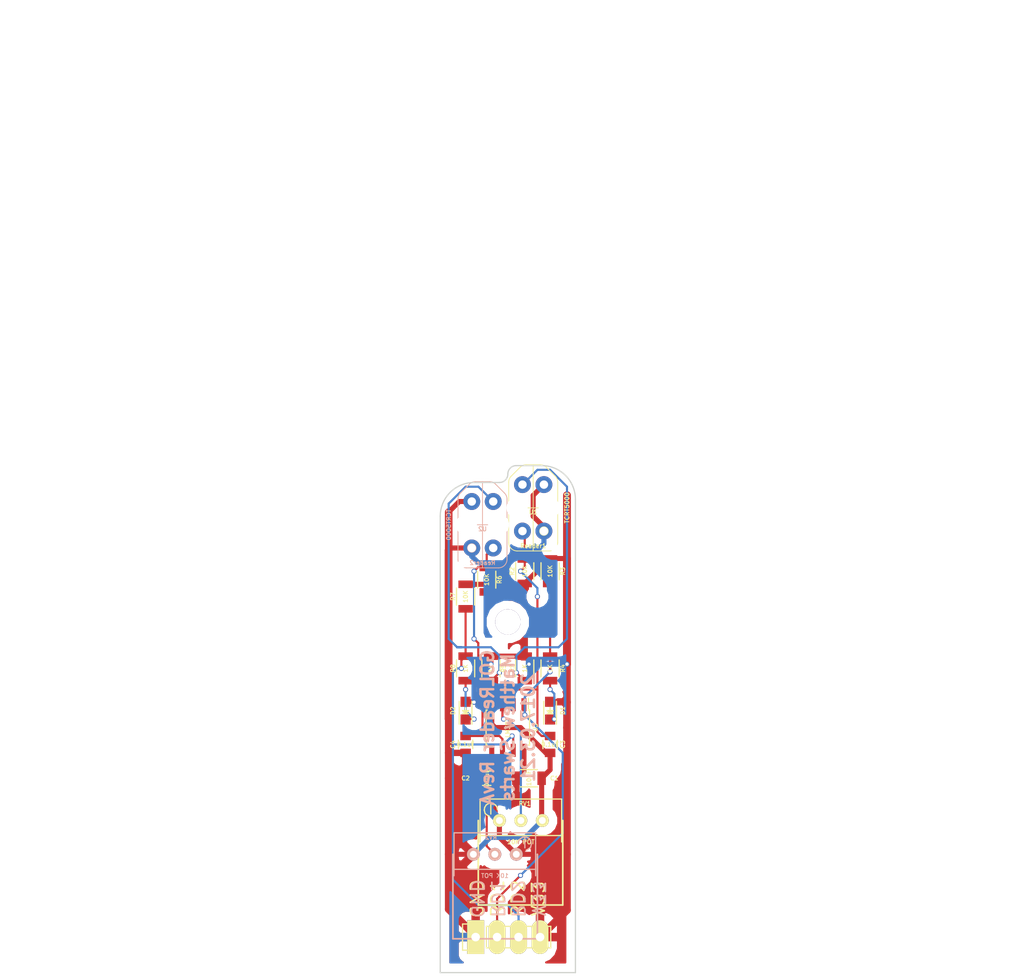
<source format=kicad_pcb>
(kicad_pcb (version 4) (host pcbnew 4.0.4-stable)

  (general
    (links 42)
    (no_connects 0)
    (area 118.924999 121.924999 151.075001 182.075001)
    (thickness 1.6)
    (drawings 24)
    (tracks 227)
    (zones 0)
    (modules 21)
    (nets 13)
  )

  (page A4)
  (title_block
    (title GOLReader)
    (date 2017-03-21)
    (rev A)
    (company "Matthew Swarts")
  )

  (layers
    (0 F.Cu signal)
    (31 B.Cu signal)
    (32 B.Adhes user)
    (33 F.Adhes user)
    (34 B.Paste user)
    (35 F.Paste user)
    (36 B.SilkS user)
    (37 F.SilkS user)
    (38 B.Mask user)
    (39 F.Mask user)
    (40 Dwgs.User user)
    (41 Cmts.User user)
    (42 Eco1.User user)
    (43 Eco2.User user)
    (44 Edge.Cuts user)
    (45 Margin user)
    (46 B.CrtYd user)
    (47 F.CrtYd user)
    (48 B.Fab user)
    (49 F.Fab user)
  )

  (setup
    (last_trace_width 0.25)
    (user_trace_width 0.6)
    (user_trace_width 0.9)
    (trace_clearance 0.2)
    (zone_clearance 1)
    (zone_45_only no)
    (trace_min 0.2)
    (segment_width 0.2)
    (edge_width 0.15)
    (via_size 0.6)
    (via_drill 0.4)
    (via_min_size 0.4)
    (via_min_drill 0.3)
    (uvia_size 0.3)
    (uvia_drill 0.1)
    (uvias_allowed no)
    (uvia_min_size 0.2)
    (uvia_min_drill 0.1)
    (pcb_text_width 0.3)
    (pcb_text_size 1.5 1.5)
    (mod_edge_width 0.15)
    (mod_text_size 1 1)
    (mod_text_width 0.15)
    (pad_size 4 2)
    (pad_drill 1.016)
    (pad_to_mask_clearance 0.2)
    (aux_axis_origin 0 0)
    (visible_elements 7FFFFFFF)
    (pcbplotparams
      (layerselection 0x010fc_80000001)
      (usegerberextensions true)
      (excludeedgelayer true)
      (linewidth 0.100000)
      (plotframeref false)
      (viasonmask false)
      (mode 1)
      (useauxorigin false)
      (hpglpennumber 1)
      (hpglpenspeed 20)
      (hpglpendiameter 15)
      (hpglpenoverlay 2)
      (psnegative false)
      (psa4output false)
      (plotreference true)
      (plotvalue true)
      (plotinvisibletext false)
      (padsonsilk false)
      (subtractmaskfromsilk false)
      (outputformat 1)
      (mirror false)
      (drillshape 0)
      (scaleselection 1)
      (outputdirectory gerbers/))
  )

  (net 0 "")
  (net 1 V33)
  (net 2 GND)
  (net 3 "Net-(C3-Pad1)")
  (net 4 "Net-(C4-Pad1)")
  (net 5 "Net-(D1-Pad1)")
  (net 6 "Net-(D2-Pad1)")
  (net 7 READER1)
  (net 8 READER2)
  (net 9 "Net-(R1-Pad2)")
  (net 10 "Net-(R5-Pad2)")
  (net 11 "Net-(RV1-Pad2)")
  (net 12 "Net-(RV2-Pad2)")

  (net_class Default "This is the default net class."
    (clearance 0.2)
    (trace_width 0.25)
    (via_dia 0.6)
    (via_drill 0.4)
    (uvia_dia 0.3)
    (uvia_drill 0.1)
    (add_net GND)
    (add_net "Net-(C3-Pad1)")
    (add_net "Net-(C4-Pad1)")
    (add_net "Net-(D1-Pad1)")
    (add_net "Net-(D2-Pad1)")
    (add_net "Net-(R1-Pad2)")
    (add_net "Net-(R5-Pad2)")
    (add_net "Net-(RV1-Pad2)")
    (add_net "Net-(RV2-Pad2)")
    (add_net READER1)
    (add_net READER2)
    (add_net V33)
  )

  (module Resistors_SMD:R_1206 (layer F.Cu) (tedit 58D0A8DF) (tstamp 58D08B8B)
    (at 132 134.5 270)
    (descr "Resistor SMD 1206, reflow soldering, Vishay (see dcrcw.pdf)")
    (tags "resistor 1206")
    (path /58D098E8)
    (attr smd)
    (fp_text reference R3 (at 0 -1.5 270) (layer F.SilkS)
      (effects (font (size 0.5 0.5) (thickness 0.1)))
    )
    (fp_text value 10K (at 0 0 270) (layer F.SilkS)
      (effects (font (size 0.5 0.5) (thickness 0.1)))
    )
    (fp_line (start -2.2 -1.2) (end 2.2 -1.2) (layer F.CrtYd) (width 0.05))
    (fp_line (start -2.2 1.2) (end 2.2 1.2) (layer F.CrtYd) (width 0.05))
    (fp_line (start -2.2 -1.2) (end -2.2 1.2) (layer F.CrtYd) (width 0.05))
    (fp_line (start 2.2 -1.2) (end 2.2 1.2) (layer F.CrtYd) (width 0.05))
    (fp_line (start 1 1.075) (end -1 1.075) (layer F.SilkS) (width 0.15))
    (fp_line (start -1 -1.075) (end 1 -1.075) (layer F.SilkS) (width 0.15))
    (pad 1 smd rect (at -1.45 0 270) (size 0.9 1.7) (layers F.Cu F.Paste F.Mask)
      (net 1 V33))
    (pad 2 smd rect (at 1.45 0 270) (size 0.9 1.7) (layers F.Cu F.Paste F.Mask)
      (net 7 READER1))
    (model Resistors_SMD.3dshapes/R_1206.wrl
      (at (xyz 0 0 0))
      (scale (xyz 1 1 1))
      (rotate (xyz 0 0 0))
    )
  )

  (module Resistors_SMD:R_1206 (layer F.Cu) (tedit 58D0A8DD) (tstamp 58D08B85)
    (at 129 134.5 90)
    (descr "Resistor SMD 1206, reflow soldering, Vishay (see dcrcw.pdf)")
    (tags "resistor 1206")
    (path /58D08574)
    (attr smd)
    (fp_text reference R2 (at 0 -1.5 90) (layer F.SilkS)
      (effects (font (size 0.5 0.5) (thickness 0.1)))
    )
    (fp_text value 10K (at 0 0 90) (layer F.SilkS)
      (effects (font (size 0.5 0.5) (thickness 0.1)))
    )
    (fp_line (start -2.2 -1.2) (end 2.2 -1.2) (layer F.CrtYd) (width 0.05))
    (fp_line (start -2.2 1.2) (end 2.2 1.2) (layer F.CrtYd) (width 0.05))
    (fp_line (start -2.2 -1.2) (end -2.2 1.2) (layer F.CrtYd) (width 0.05))
    (fp_line (start 2.2 -1.2) (end 2.2 1.2) (layer F.CrtYd) (width 0.05))
    (fp_line (start 1 1.075) (end -1 1.075) (layer F.SilkS) (width 0.15))
    (fp_line (start -1 -1.075) (end 1 -1.075) (layer F.SilkS) (width 0.15))
    (pad 1 smd rect (at -1.45 0 90) (size 0.9 1.7) (layers F.Cu F.Paste F.Mask)
      (net 1 V33))
    (pad 2 smd rect (at 1.45 0 90) (size 0.9 1.7) (layers F.Cu F.Paste F.Mask)
      (net 3 "Net-(C3-Pad1)"))
    (model Resistors_SMD.3dshapes/R_1206.wrl
      (at (xyz 0 0 0))
      (scale (xyz 1 1 1))
      (rotate (xyz 0 0 0))
    )
  )

  (module Resistors_SMD:R_1206 (layer F.Cu) (tedit 58D0A8DA) (tstamp 58D08B9D)
    (at 124.5 135.5 90)
    (descr "Resistor SMD 1206, reflow soldering, Vishay (see dcrcw.pdf)")
    (tags "resistor 1206")
    (path /58D0E78C)
    (attr smd)
    (fp_text reference R6 (at 0 1.5 90) (layer F.SilkS)
      (effects (font (size 0.5 0.5) (thickness 0.1)))
    )
    (fp_text value 10K (at 0 0 90) (layer F.SilkS)
      (effects (font (size 0.5 0.5) (thickness 0.1)))
    )
    (fp_line (start -2.2 -1.2) (end 2.2 -1.2) (layer F.CrtYd) (width 0.05))
    (fp_line (start -2.2 1.2) (end 2.2 1.2) (layer F.CrtYd) (width 0.05))
    (fp_line (start -2.2 -1.2) (end -2.2 1.2) (layer F.CrtYd) (width 0.05))
    (fp_line (start 2.2 -1.2) (end 2.2 1.2) (layer F.CrtYd) (width 0.05))
    (fp_line (start 1 1.075) (end -1 1.075) (layer F.SilkS) (width 0.15))
    (fp_line (start -1 -1.075) (end 1 -1.075) (layer F.SilkS) (width 0.15))
    (pad 1 smd rect (at -1.45 0 90) (size 0.9 1.7) (layers F.Cu F.Paste F.Mask)
      (net 1 V33))
    (pad 2 smd rect (at 1.45 0 90) (size 0.9 1.7) (layers F.Cu F.Paste F.Mask)
      (net 4 "Net-(C4-Pad1)"))
    (model Resistors_SMD.3dshapes/R_1206.wrl
      (at (xyz 0 0 0))
      (scale (xyz 1 1 1))
      (rotate (xyz 0 0 0))
    )
  )

  (module Resistors_SMD:R_1206 (layer F.Cu) (tedit 58D0A8D8) (tstamp 58D08BA3)
    (at 122 137.5 270)
    (descr "Resistor SMD 1206, reflow soldering, Vishay (see dcrcw.pdf)")
    (tags "resistor 1206")
    (path /58D0ED46)
    (attr smd)
    (fp_text reference R7 (at 0 1.5 270) (layer F.SilkS)
      (effects (font (size 0.5 0.5) (thickness 0.1)))
    )
    (fp_text value 10K (at 0 0 270) (layer F.SilkS)
      (effects (font (size 0.5 0.5) (thickness 0.1)))
    )
    (fp_line (start -2.2 -1.2) (end 2.2 -1.2) (layer F.CrtYd) (width 0.05))
    (fp_line (start -2.2 1.2) (end 2.2 1.2) (layer F.CrtYd) (width 0.05))
    (fp_line (start -2.2 -1.2) (end -2.2 1.2) (layer F.CrtYd) (width 0.05))
    (fp_line (start 2.2 -1.2) (end 2.2 1.2) (layer F.CrtYd) (width 0.05))
    (fp_line (start 1 1.075) (end -1 1.075) (layer F.SilkS) (width 0.15))
    (fp_line (start -1 -1.075) (end 1 -1.075) (layer F.SilkS) (width 0.15))
    (pad 1 smd rect (at -1.45 0 270) (size 0.9 1.7) (layers F.Cu F.Paste F.Mask)
      (net 1 V33))
    (pad 2 smd rect (at 1.45 0 270) (size 0.9 1.7) (layers F.Cu F.Paste F.Mask)
      (net 8 READER2))
    (model Resistors_SMD.3dshapes/R_1206.wrl
      (at (xyz 0 0 0))
      (scale (xyz 1 1 1))
      (rotate (xyz 0 0 0))
    )
  )

  (module Pin_Headers:Pin_Header_Straight_1x04 (layer F.Cu) (tedit 58D1F6DB) (tstamp 58D08B79)
    (at 123.19 177.8 90)
    (descr "Through hole pin header")
    (tags "pin header")
    (path /58D0AD9A)
    (fp_text reference P1 (at 0 -5.1 90) (layer F.SilkS) hide
      (effects (font (size 1 1) (thickness 0.15)))
    )
    (fp_text value CONN_01X04 (at 0 -3.1 90) (layer F.Fab)
      (effects (font (size 1 1) (thickness 0.15)))
    )
    (fp_line (start -1.75 -1.75) (end -1.75 9.4) (layer F.CrtYd) (width 0.05))
    (fp_line (start 1.75 -1.75) (end 1.75 9.4) (layer F.CrtYd) (width 0.05))
    (fp_line (start -1.75 -1.75) (end 1.75 -1.75) (layer F.CrtYd) (width 0.05))
    (fp_line (start -1.75 9.4) (end 1.75 9.4) (layer F.CrtYd) (width 0.05))
    (fp_line (start -1.27 1.27) (end -1.27 8.89) (layer F.SilkS) (width 0.15))
    (fp_line (start 1.27 1.27) (end 1.27 8.89) (layer F.SilkS) (width 0.15))
    (fp_line (start 1.55 -1.55) (end 1.55 0) (layer F.SilkS) (width 0.15))
    (fp_line (start -1.27 8.89) (end 1.27 8.89) (layer F.SilkS) (width 0.15))
    (fp_line (start 1.27 1.27) (end -1.27 1.27) (layer F.SilkS) (width 0.15))
    (fp_line (start -1.55 0) (end -1.55 -1.55) (layer F.SilkS) (width 0.15))
    (fp_line (start -1.55 -1.55) (end 1.55 -1.55) (layer F.SilkS) (width 0.15))
    (pad 1 thru_hole rect (at 0 0 90) (size 4 2) (drill 1.016) (layers *.Cu *.Mask F.SilkS)
      (net 2 GND))
    (pad 2 thru_hole oval (at 0 2.54 90) (size 4 2) (drill 1.016) (layers *.Cu *.Mask F.SilkS)
      (net 7 READER1))
    (pad 3 thru_hole oval (at 0 5.08 90) (size 4 2) (drill 1.016) (layers *.Cu *.Mask F.SilkS)
      (net 8 READER2))
    (pad 4 thru_hole oval (at 0 7.62 90) (size 4 2) (drill 1.016) (layers *.Cu *.Mask F.SilkS)
      (net 1 V33))
    (model Pin_Headers.3dshapes/Pin_Header_Straight_1x04.wrl
      (at (xyz 0 -0.15 0))
      (scale (xyz 1 1 1))
      (rotate (xyz 0 0 90))
    )
  )

  (module Potentiometers:Potentiometer_Bourns_3296W_3-8Zoll_Inline_ScrewUp (layer B.Cu) (tedit 58D0A347) (tstamp 58D08BB7)
    (at 128 168 270)
    (descr "3296, 3/8, Square, Trimpot, Trimming, Potentiometer, Bourns")
    (tags "3296, 3/8, Square, Trimpot, Trimming, Potentiometer, Bourns")
    (path /58D0E7EA)
    (fp_text reference RV2 (at -2 3 360) (layer B.SilkS)
      (effects (font (size 0.5 0.5) (thickness 0.1)) (justify mirror))
    )
    (fp_text value "10K POT" (at 2.54 2.54 540) (layer B.SilkS)
      (effects (font (size 0.5 0.5) (thickness 0.1)) (justify mirror))
    )
    (fp_line (start -2.032 -1.016) (end -0.762 -1.016) (layer B.SilkS) (width 0.15))
    (fp_line (start -1.2827 -0.2286) (end -1.5367 -0.2667) (layer B.SilkS) (width 0.15))
    (fp_line (start -1.5367 -0.2667) (end -1.8161 -0.4445) (layer B.SilkS) (width 0.15))
    (fp_line (start -1.8161 -0.4445) (end -2.032 -0.762) (layer B.SilkS) (width 0.15))
    (fp_line (start -2.032 -0.762) (end -2.0447 -1.2065) (layer B.SilkS) (width 0.15))
    (fp_line (start -2.0447 -1.2065) (end -1.8415 -1.5621) (layer B.SilkS) (width 0.15))
    (fp_line (start -1.8415 -1.5621) (end -1.5494 -1.7399) (layer B.SilkS) (width 0.15))
    (fp_line (start -1.5494 -1.7399) (end -1.2319 -1.7907) (layer B.SilkS) (width 0.15))
    (fp_line (start -1.2319 -1.7907) (end -0.8255 -1.6891) (layer B.SilkS) (width 0.15))
    (fp_line (start -0.8255 -1.6891) (end -0.5715 -1.3462) (layer B.SilkS) (width 0.15))
    (fp_line (start -0.5715 -1.3462) (end -0.4826 -1.1684) (layer B.SilkS) (width 0.15))
    (fp_line (start 1.778 7.366) (end 1.778 -2.286) (layer B.SilkS) (width 0.15))
    (fp_line (start -1.27 -2.286) (end -2.54 -2.286) (layer B.SilkS) (width 0.15))
    (fp_line (start -2.54 -2.286) (end -2.54 7.366) (layer B.SilkS) (width 0.15))
    (fp_line (start -2.54 7.366) (end 2.54 7.366) (layer B.SilkS) (width 0.15))
    (fp_line (start 2.54 -2.286) (end 0 -2.286) (layer B.SilkS) (width 0.15))
    (fp_line (start 0 -2.286) (end -1.27 -2.286) (layer B.SilkS) (width 0.15))
    (pad 2 thru_hole circle (at 0 2.54 270) (size 1.524 1.524) (drill 0.8128) (layers *.Cu *.Mask B.SilkS)
      (net 12 "Net-(RV2-Pad2)"))
    (pad 3 thru_hole circle (at 0 5.08 270) (size 1.524 1.524) (drill 0.8128) (layers *.Cu *.Mask B.SilkS)
      (net 2 GND))
    (pad 1 thru_hole circle (at 0 0 270) (size 1.524 1.524) (drill 0.8128) (layers *.Cu *.Mask B.SilkS)
      (net 1 V33))
    (model Potentiometers.3dshapes/Potentiometer_Bourns_3296W_3-8Zoll_Inline_ScrewUp.wrl
      (at (xyz 0 0 0))
      (scale (xyz 1 1 1))
      (rotate (xyz 0 0 0))
    )
  )

  (module Potentiometers:Potentiometer_Bourns_3296W_3-8Zoll_Inline_ScrewUp (layer F.Cu) (tedit 58D0A343) (tstamp 58D08BB0)
    (at 126 164 270)
    (descr "3296, 3/8, Square, Trimpot, Trimming, Potentiometer, Bourns")
    (tags "3296, 3/8, Square, Trimpot, Trimming, Potentiometer, Bourns")
    (path /58D0870E)
    (fp_text reference RV1 (at -2 -3 360) (layer F.SilkS)
      (effects (font (size 0.5 0.5) (thickness 0.1)))
    )
    (fp_text value "10K POT" (at 2.54 -2.54 360) (layer F.SilkS)
      (effects (font (size 0.5 0.5) (thickness 0.1)))
    )
    (fp_line (start -2.032 1.016) (end -0.762 1.016) (layer F.SilkS) (width 0.15))
    (fp_line (start -1.2827 0.2286) (end -1.5367 0.2667) (layer F.SilkS) (width 0.15))
    (fp_line (start -1.5367 0.2667) (end -1.8161 0.4445) (layer F.SilkS) (width 0.15))
    (fp_line (start -1.8161 0.4445) (end -2.032 0.762) (layer F.SilkS) (width 0.15))
    (fp_line (start -2.032 0.762) (end -2.0447 1.2065) (layer F.SilkS) (width 0.15))
    (fp_line (start -2.0447 1.2065) (end -1.8415 1.5621) (layer F.SilkS) (width 0.15))
    (fp_line (start -1.8415 1.5621) (end -1.5494 1.7399) (layer F.SilkS) (width 0.15))
    (fp_line (start -1.5494 1.7399) (end -1.2319 1.7907) (layer F.SilkS) (width 0.15))
    (fp_line (start -1.2319 1.7907) (end -0.8255 1.6891) (layer F.SilkS) (width 0.15))
    (fp_line (start -0.8255 1.6891) (end -0.5715 1.3462) (layer F.SilkS) (width 0.15))
    (fp_line (start -0.5715 1.3462) (end -0.4826 1.1684) (layer F.SilkS) (width 0.15))
    (fp_line (start 1.778 -7.366) (end 1.778 2.286) (layer F.SilkS) (width 0.15))
    (fp_line (start -1.27 2.286) (end -2.54 2.286) (layer F.SilkS) (width 0.15))
    (fp_line (start -2.54 2.286) (end -2.54 -7.366) (layer F.SilkS) (width 0.15))
    (fp_line (start -2.54 -7.366) (end 2.54 -7.366) (layer F.SilkS) (width 0.15))
    (fp_line (start 2.54 2.286) (end 0 2.286) (layer F.SilkS) (width 0.15))
    (fp_line (start 0 2.286) (end -1.27 2.286) (layer F.SilkS) (width 0.15))
    (pad 2 thru_hole circle (at 0 -2.54 270) (size 1.524 1.524) (drill 0.8128) (layers *.Cu *.Mask F.SilkS)
      (net 11 "Net-(RV1-Pad2)"))
    (pad 3 thru_hole circle (at 0 -5.08 270) (size 1.524 1.524) (drill 0.8128) (layers *.Cu *.Mask F.SilkS)
      (net 2 GND))
    (pad 1 thru_hole circle (at 0 0 270) (size 1.524 1.524) (drill 0.8128) (layers *.Cu *.Mask F.SilkS)
      (net 1 V33))
    (model Potentiometers.3dshapes/Potentiometer_Bourns_3296W_3-8Zoll_Inline_ScrewUp.wrl
      (at (xyz 0 0 0))
      (scale (xyz 1 1 1))
      (rotate (xyz 0 0 0))
    )
  )

  (module Capacitors_SMD:C_1206 (layer F.Cu) (tedit 58D0A736) (tstamp 58D08B53)
    (at 129.5 159)
    (descr "Capacitor SMD 1206, reflow soldering, AVX (see smccp.pdf)")
    (tags "capacitor 1206")
    (path /58D08ED3)
    (attr smd)
    (fp_text reference C1 (at 3 0) (layer F.SilkS)
      (effects (font (size 0.5 0.5) (thickness 0.1)))
    )
    (fp_text value 10uF (at 0 0 90) (layer F.SilkS)
      (effects (font (size 0.5 0.5) (thickness 0.1)))
    )
    (fp_line (start -2.3 -1.15) (end 2.3 -1.15) (layer F.CrtYd) (width 0.05))
    (fp_line (start -2.3 1.15) (end 2.3 1.15) (layer F.CrtYd) (width 0.05))
    (fp_line (start -2.3 -1.15) (end -2.3 1.15) (layer F.CrtYd) (width 0.05))
    (fp_line (start 2.3 -1.15) (end 2.3 1.15) (layer F.CrtYd) (width 0.05))
    (fp_line (start 1 -1.025) (end -1 -1.025) (layer F.SilkS) (width 0.15))
    (fp_line (start -1 1.025) (end 1 1.025) (layer F.SilkS) (width 0.15))
    (pad 1 smd rect (at -1.5 0) (size 1 1.6) (layers F.Cu F.Paste F.Mask)
      (net 1 V33))
    (pad 2 smd rect (at 1.5 0) (size 1 1.6) (layers F.Cu F.Paste F.Mask)
      (net 2 GND))
    (model Capacitors_SMD.3dshapes/C_1206.wrl
      (at (xyz 0 0 0))
      (scale (xyz 1 1 1))
      (rotate (xyz 0 0 0))
    )
  )

  (module Capacitors_SMD:C_0805 (layer F.Cu) (tedit 58D0A8C3) (tstamp 58D08B5F)
    (at 132 155 270)
    (descr "Capacitor SMD 0805, reflow soldering, AVX (see smccp.pdf)")
    (tags "capacitor 0805")
    (path /58D08DB9)
    (attr smd)
    (fp_text reference C3 (at 0 -1.5 270) (layer F.SilkS)
      (effects (font (size 0.5 0.5) (thickness 0.1)))
    )
    (fp_text value 0.1uF (at 0 0 360) (layer F.SilkS)
      (effects (font (size 0.5 0.5) (thickness 0.1)))
    )
    (fp_line (start -1.8 -1) (end 1.8 -1) (layer F.CrtYd) (width 0.05))
    (fp_line (start -1.8 1) (end 1.8 1) (layer F.CrtYd) (width 0.05))
    (fp_line (start -1.8 -1) (end -1.8 1) (layer F.CrtYd) (width 0.05))
    (fp_line (start 1.8 -1) (end 1.8 1) (layer F.CrtYd) (width 0.05))
    (fp_line (start 0.5 -0.85) (end -0.5 -0.85) (layer F.SilkS) (width 0.15))
    (fp_line (start -0.5 0.85) (end 0.5 0.85) (layer F.SilkS) (width 0.15))
    (pad 1 smd rect (at -1 0 270) (size 1 1.25) (layers F.Cu F.Paste F.Mask)
      (net 3 "Net-(C3-Pad1)"))
    (pad 2 smd rect (at 1 0 270) (size 1 1.25) (layers F.Cu F.Paste F.Mask)
      (net 2 GND))
    (model Capacitors_SMD.3dshapes/C_0805.wrl
      (at (xyz 0 0 0))
      (scale (xyz 1 1 1))
      (rotate (xyz 0 0 0))
    )
  )

  (module Capacitors_SMD:C_0805 (layer F.Cu) (tedit 58D0A8BB) (tstamp 58D08B65)
    (at 122 155 270)
    (descr "Capacitor SMD 0805, reflow soldering, AVX (see smccp.pdf)")
    (tags "capacitor 0805")
    (path /58D12546)
    (attr smd)
    (fp_text reference C4 (at 0 1.5 270) (layer F.SilkS)
      (effects (font (size 0.5 0.5) (thickness 0.1)))
    )
    (fp_text value 0.1uF (at 0 0 360) (layer F.SilkS)
      (effects (font (size 0.5 0.5) (thickness 0.1)))
    )
    (fp_line (start -1.8 -1) (end 1.8 -1) (layer F.CrtYd) (width 0.05))
    (fp_line (start -1.8 1) (end 1.8 1) (layer F.CrtYd) (width 0.05))
    (fp_line (start -1.8 -1) (end -1.8 1) (layer F.CrtYd) (width 0.05))
    (fp_line (start 1.8 -1) (end 1.8 1) (layer F.CrtYd) (width 0.05))
    (fp_line (start 0.5 -0.85) (end -0.5 -0.85) (layer F.SilkS) (width 0.15))
    (fp_line (start -0.5 0.85) (end 0.5 0.85) (layer F.SilkS) (width 0.15))
    (pad 1 smd rect (at -1 0 270) (size 1 1.25) (layers F.Cu F.Paste F.Mask)
      (net 4 "Net-(C4-Pad1)"))
    (pad 2 smd rect (at 1 0 270) (size 1 1.25) (layers F.Cu F.Paste F.Mask)
      (net 2 GND))
    (model Capacitors_SMD.3dshapes/C_0805.wrl
      (at (xyz 0 0 0))
      (scale (xyz 1 1 1))
      (rotate (xyz 0 0 0))
    )
  )

  (module LEDs:LED-0805 (layer F.Cu) (tedit 58D0A8BD) (tstamp 58D08B71)
    (at 122 151 90)
    (descr "LED 0805 smd package")
    (tags "LED 0805 SMD")
    (path /58D0EE31)
    (attr smd)
    (fp_text reference D2 (at 0 -1.5 90) (layer F.SilkS)
      (effects (font (size 0.5 0.5) (thickness 0.1)))
    )
    (fp_text value LED (at 0 1.75 90) (layer F.Fab)
      (effects (font (size 1 1) (thickness 0.15)))
    )
    (fp_line (start -1.6 0.75) (end 1.1 0.75) (layer F.SilkS) (width 0.15))
    (fp_line (start -1.6 -0.75) (end 1.1 -0.75) (layer F.SilkS) (width 0.15))
    (fp_line (start -0.1 0.15) (end -0.1 -0.1) (layer F.SilkS) (width 0.15))
    (fp_line (start -0.1 -0.1) (end -0.25 0.05) (layer F.SilkS) (width 0.15))
    (fp_line (start -0.35 -0.35) (end -0.35 0.35) (layer F.SilkS) (width 0.15))
    (fp_line (start 0 0) (end 0.35 0) (layer F.SilkS) (width 0.15))
    (fp_line (start -0.35 0) (end 0 -0.35) (layer F.SilkS) (width 0.15))
    (fp_line (start 0 -0.35) (end 0 0.35) (layer F.SilkS) (width 0.15))
    (fp_line (start 0 0.35) (end -0.35 0) (layer F.SilkS) (width 0.15))
    (fp_line (start 1.9 -0.95) (end 1.9 0.95) (layer F.CrtYd) (width 0.05))
    (fp_line (start 1.9 0.95) (end -1.9 0.95) (layer F.CrtYd) (width 0.05))
    (fp_line (start -1.9 0.95) (end -1.9 -0.95) (layer F.CrtYd) (width 0.05))
    (fp_line (start -1.9 -0.95) (end 1.9 -0.95) (layer F.CrtYd) (width 0.05))
    (pad 2 smd rect (at 1.04902 0 270) (size 1.19888 1.19888) (layers F.Cu F.Paste F.Mask)
      (net 1 V33))
    (pad 1 smd rect (at -1.04902 0 270) (size 1.19888 1.19888) (layers F.Cu F.Paste F.Mask)
      (net 6 "Net-(D2-Pad1)"))
    (model LEDs.3dshapes/LED-0805.wrl
      (at (xyz 0 0 0))
      (scale (xyz 1 1 1))
      (rotate (xyz 0 0 0))
    )
  )

  (module Resistors_SMD:R_1206 (layer F.Cu) (tedit 58D0A8D3) (tstamp 58D08BA9)
    (at 122 146 90)
    (descr "Resistor SMD 1206, reflow soldering, Vishay (see dcrcw.pdf)")
    (tags "resistor 1206")
    (path /58D0EDB6)
    (attr smd)
    (fp_text reference R8 (at 0 -1.5 90) (layer F.SilkS)
      (effects (font (size 0.5 0.5) (thickness 0.1)))
    )
    (fp_text value 1K (at 0 0 90) (layer F.SilkS)
      (effects (font (size 0.5 0.5) (thickness 0.1)))
    )
    (fp_line (start -2.2 -1.2) (end 2.2 -1.2) (layer F.CrtYd) (width 0.05))
    (fp_line (start -2.2 1.2) (end 2.2 1.2) (layer F.CrtYd) (width 0.05))
    (fp_line (start -2.2 -1.2) (end -2.2 1.2) (layer F.CrtYd) (width 0.05))
    (fp_line (start 2.2 -1.2) (end 2.2 1.2) (layer F.CrtYd) (width 0.05))
    (fp_line (start 1 1.075) (end -1 1.075) (layer F.SilkS) (width 0.15))
    (fp_line (start -1 -1.075) (end 1 -1.075) (layer F.SilkS) (width 0.15))
    (pad 1 smd rect (at -1.45 0 90) (size 0.9 1.7) (layers F.Cu F.Paste F.Mask)
      (net 6 "Net-(D2-Pad1)"))
    (pad 2 smd rect (at 1.45 0 90) (size 0.9 1.7) (layers F.Cu F.Paste F.Mask)
      (net 8 READER2))
    (model Resistors_SMD.3dshapes/R_1206.wrl
      (at (xyz 0 0 0))
      (scale (xyz 1 1 1))
      (rotate (xyz 0 0 0))
    )
  )

  (module Resistors_SMD:R_1206 (layer F.Cu) (tedit 58D0A8CB) (tstamp 58D08B91)
    (at 132 146 90)
    (descr "Resistor SMD 1206, reflow soldering, Vishay (see dcrcw.pdf)")
    (tags "resistor 1206")
    (path /58D09BCE)
    (attr smd)
    (fp_text reference R4 (at 0 1.5 90) (layer F.SilkS)
      (effects (font (size 0.5 0.5) (thickness 0.1)))
    )
    (fp_text value 1K (at 0 0 90) (layer F.SilkS)
      (effects (font (size 0.5 0.5) (thickness 0.1)))
    )
    (fp_line (start -2.2 -1.2) (end 2.2 -1.2) (layer F.CrtYd) (width 0.05))
    (fp_line (start -2.2 1.2) (end 2.2 1.2) (layer F.CrtYd) (width 0.05))
    (fp_line (start -2.2 -1.2) (end -2.2 1.2) (layer F.CrtYd) (width 0.05))
    (fp_line (start 2.2 -1.2) (end 2.2 1.2) (layer F.CrtYd) (width 0.05))
    (fp_line (start 1 1.075) (end -1 1.075) (layer F.SilkS) (width 0.15))
    (fp_line (start -1 -1.075) (end 1 -1.075) (layer F.SilkS) (width 0.15))
    (pad 1 smd rect (at -1.45 0 90) (size 0.9 1.7) (layers F.Cu F.Paste F.Mask)
      (net 5 "Net-(D1-Pad1)"))
    (pad 2 smd rect (at 1.45 0 90) (size 0.9 1.7) (layers F.Cu F.Paste F.Mask)
      (net 7 READER1))
    (model Resistors_SMD.3dshapes/R_1206.wrl
      (at (xyz 0 0 0))
      (scale (xyz 1 1 1))
      (rotate (xyz 0 0 0))
    )
  )

  (module LEDs:LED-0805 (layer F.Cu) (tedit 58D0A8C0) (tstamp 58D08B6B)
    (at 132 151 90)
    (descr "LED 0805 smd package")
    (tags "LED 0805 SMD")
    (path /58D09C4A)
    (attr smd)
    (fp_text reference D1 (at 0 1.5 90) (layer F.SilkS)
      (effects (font (size 0.5 0.5) (thickness 0.1)))
    )
    (fp_text value LED (at 0 1.75 90) (layer F.Fab)
      (effects (font (size 1 1) (thickness 0.15)))
    )
    (fp_line (start -1.6 0.75) (end 1.1 0.75) (layer F.SilkS) (width 0.15))
    (fp_line (start -1.6 -0.75) (end 1.1 -0.75) (layer F.SilkS) (width 0.15))
    (fp_line (start -0.1 0.15) (end -0.1 -0.1) (layer F.SilkS) (width 0.15))
    (fp_line (start -0.1 -0.1) (end -0.25 0.05) (layer F.SilkS) (width 0.15))
    (fp_line (start -0.35 -0.35) (end -0.35 0.35) (layer F.SilkS) (width 0.15))
    (fp_line (start 0 0) (end 0.35 0) (layer F.SilkS) (width 0.15))
    (fp_line (start -0.35 0) (end 0 -0.35) (layer F.SilkS) (width 0.15))
    (fp_line (start 0 -0.35) (end 0 0.35) (layer F.SilkS) (width 0.15))
    (fp_line (start 0 0.35) (end -0.35 0) (layer F.SilkS) (width 0.15))
    (fp_line (start 1.9 -0.95) (end 1.9 0.95) (layer F.CrtYd) (width 0.05))
    (fp_line (start 1.9 0.95) (end -1.9 0.95) (layer F.CrtYd) (width 0.05))
    (fp_line (start -1.9 0.95) (end -1.9 -0.95) (layer F.CrtYd) (width 0.05))
    (fp_line (start -1.9 -0.95) (end 1.9 -0.95) (layer F.CrtYd) (width 0.05))
    (pad 2 smd rect (at 1.04902 0 270) (size 1.19888 1.19888) (layers F.Cu F.Paste F.Mask)
      (net 1 V33))
    (pad 1 smd rect (at -1.04902 0 270) (size 1.19888 1.19888) (layers F.Cu F.Paste F.Mask)
      (net 5 "Net-(D1-Pad1)"))
    (model LEDs.3dshapes/LED-0805.wrl
      (at (xyz 0 0 0))
      (scale (xyz 1 1 1))
      (rotate (xyz 0 0 0))
    )
  )

  (module Resistors_SMD:R_1206 (layer F.Cu) (tedit 58D0A8CD) (tstamp 58D08B7F)
    (at 129 146 270)
    (descr "Resistor SMD 1206, reflow soldering, Vishay (see dcrcw.pdf)")
    (tags "resistor 1206")
    (path /58D0847D)
    (attr smd)
    (fp_text reference R1 (at 0 1.5 270) (layer F.SilkS)
      (effects (font (size 0.5 0.5) (thickness 0.1)))
    )
    (fp_text value 1K (at 0 0 270) (layer F.SilkS)
      (effects (font (size 0.5 0.5) (thickness 0.1)))
    )
    (fp_line (start -2.2 -1.2) (end 2.2 -1.2) (layer F.CrtYd) (width 0.05))
    (fp_line (start -2.2 1.2) (end 2.2 1.2) (layer F.CrtYd) (width 0.05))
    (fp_line (start -2.2 -1.2) (end -2.2 1.2) (layer F.CrtYd) (width 0.05))
    (fp_line (start 2.2 -1.2) (end 2.2 1.2) (layer F.CrtYd) (width 0.05))
    (fp_line (start 1 1.075) (end -1 1.075) (layer F.SilkS) (width 0.15))
    (fp_line (start -1 -1.075) (end 1 -1.075) (layer F.SilkS) (width 0.15))
    (pad 1 smd rect (at -1.45 0 270) (size 0.9 1.7) (layers F.Cu F.Paste F.Mask)
      (net 1 V33))
    (pad 2 smd rect (at 1.45 0 270) (size 0.9 1.7) (layers F.Cu F.Paste F.Mask)
      (net 9 "Net-(R1-Pad2)"))
    (model Resistors_SMD.3dshapes/R_1206.wrl
      (at (xyz 0 0 0))
      (scale (xyz 1 1 1))
      (rotate (xyz 0 0 0))
    )
  )

  (module Resistors_SMD:R_1206 (layer F.Cu) (tedit 58D0A8D0) (tstamp 58D08B97)
    (at 125 146 270)
    (descr "Resistor SMD 1206, reflow soldering, Vishay (see dcrcw.pdf)")
    (tags "resistor 1206")
    (path /58D0E4D5)
    (attr smd)
    (fp_text reference R5 (at 0 -1.5 270) (layer F.SilkS)
      (effects (font (size 0.5 0.5) (thickness 0.1)))
    )
    (fp_text value 1K (at 0 0 270) (layer F.SilkS)
      (effects (font (size 0.5 0.5) (thickness 0.1)))
    )
    (fp_line (start -2.2 -1.2) (end 2.2 -1.2) (layer F.CrtYd) (width 0.05))
    (fp_line (start -2.2 1.2) (end 2.2 1.2) (layer F.CrtYd) (width 0.05))
    (fp_line (start -2.2 -1.2) (end -2.2 1.2) (layer F.CrtYd) (width 0.05))
    (fp_line (start 2.2 -1.2) (end 2.2 1.2) (layer F.CrtYd) (width 0.05))
    (fp_line (start 1 1.075) (end -1 1.075) (layer F.SilkS) (width 0.15))
    (fp_line (start -1 -1.075) (end 1 -1.075) (layer F.SilkS) (width 0.15))
    (pad 1 smd rect (at -1.45 0 270) (size 0.9 1.7) (layers F.Cu F.Paste F.Mask)
      (net 1 V33))
    (pad 2 smd rect (at 1.45 0 270) (size 0.9 1.7) (layers F.Cu F.Paste F.Mask)
      (net 10 "Net-(R5-Pad2)"))
    (model Resistors_SMD.3dshapes/R_1206.wrl
      (at (xyz 0 0 0))
      (scale (xyz 1 1 1))
      (rotate (xyz 0 0 0))
    )
  )

  (module Capacitors_SMD:C_0805 (layer F.Cu) (tedit 58D0A72E) (tstamp 58D08B59)
    (at 124.5 159 180)
    (descr "Capacitor SMD 0805, reflow soldering, AVX (see smccp.pdf)")
    (tags "capacitor 0805")
    (path /58D083C8)
    (attr smd)
    (fp_text reference C2 (at 2.5 0 180) (layer F.SilkS)
      (effects (font (size 0.5 0.5) (thickness 0.1)))
    )
    (fp_text value 0.1uF (at 0 0 270) (layer F.SilkS)
      (effects (font (size 0.5 0.5) (thickness 0.1)))
    )
    (fp_line (start -1.8 -1) (end 1.8 -1) (layer F.CrtYd) (width 0.05))
    (fp_line (start -1.8 1) (end 1.8 1) (layer F.CrtYd) (width 0.05))
    (fp_line (start -1.8 -1) (end -1.8 1) (layer F.CrtYd) (width 0.05))
    (fp_line (start 1.8 -1) (end 1.8 1) (layer F.CrtYd) (width 0.05))
    (fp_line (start 0.5 -0.85) (end -0.5 -0.85) (layer F.SilkS) (width 0.15))
    (fp_line (start -0.5 0.85) (end 0.5 0.85) (layer F.SilkS) (width 0.15))
    (pad 1 smd rect (at -1 0 180) (size 1 1.25) (layers F.Cu F.Paste F.Mask)
      (net 1 V33))
    (pad 2 smd rect (at 1 0 180) (size 1 1.25) (layers F.Cu F.Paste F.Mask)
      (net 2 GND))
    (model Capacitors_SMD.3dshapes/C_0805.wrl
      (at (xyz 0 0 0))
      (scale (xyz 1 1 1))
      (rotate (xyz 0 0 0))
    )
  )

  (module MyKiCadParts:TCRT5000 (layer F.Cu) (tedit 58D1EC64) (tstamp 58D1ECA5)
    (at 130 127 90)
    (descr http://www.vishay.com/docs/83760/tcrt5000.pdf)
    (tags "TCRT5000, Reflective Optical Sensor")
    (path /58D08248)
    (fp_text reference U1 (at -0.5 0 180) (layer F.SilkS)
      (effects (font (size 0.5 0.5) (thickness 0.1)))
    )
    (fp_text value TCRT5000 (at 0 4 90) (layer F.SilkS)
      (effects (font (size 0.5 0.5) (thickness 0.1)))
    )
    (fp_circle (center -2.75 1.27) (end -2.25 1.27) (layer F.SilkS) (width 0.1))
    (fp_line (start -4.1 2.9) (end 3.035786 2.9) (layer F.SilkS) (width 0.1))
    (fp_line (start 3.035786 -2.9) (end -4.1 -2.9) (layer F.SilkS) (width 0.1))
    (fp_line (start -5.1 -1.9) (end -5.1 1.9) (layer F.SilkS) (width 0.1))
    (fp_line (start 5.1 -0.835786) (end 5.1 0.835786) (layer F.SilkS) (width 0.1))
    (fp_line (start 4.807107 -1.542893) (end 3.742893 -2.607107) (layer F.SilkS) (width 0.1))
    (fp_line (start 3.742893 2.607107) (end 4.807107 1.542893) (layer F.SilkS) (width 0.1))
    (fp_arc (start 4.1 -0.835786) (end 5.1 -0.835786) (angle -45) (layer F.SilkS) (width 0.1))
    (fp_arc (start 3.035786 -1.9) (end 3.742893 -2.607107) (angle -45) (layer F.SilkS) (width 0.1))
    (fp_arc (start -4.1 -1.9) (end -4.1 -2.9) (angle -90) (layer F.SilkS) (width 0.1))
    (fp_arc (start -4.1 1.9) (end -5.1 1.9) (angle -90) (layer F.SilkS) (width 0.1))
    (fp_arc (start 3.035786 1.9) (end 3.035786 2.9) (angle -45) (layer F.SilkS) (width 0.1))
    (fp_arc (start 4.1 0.835786) (end 4.807107 1.542893) (angle -45) (layer F.SilkS) (width 0.1))
    (fp_line (start 0 -0.65) (end 0 0.65) (layer F.SilkS) (width 0.1))
    (fp_line (start -5.1 0) (end 5.1 0) (layer F.SilkS) (width 0.1))
    (pad 1 thru_hole circle (at 2.75 -1.27 90) (size 2 2) (drill 1) (layers *.Cu *.Mask)
      (net 9 "Net-(R1-Pad2)"))
    (pad 2 thru_hole circle (at 2.75 1.27 90) (size 2 2) (drill 1) (layers *.Cu *.Mask)
      (net 2 GND))
    (pad 3 thru_hole circle (at -2.75 1.27 90) (size 2 2) (drill 1) (layers *.Cu *.Mask)
      (net 2 GND))
    (pad 4 thru_hole circle (at -2.75 -1.27 90) (size 2 2) (drill 1) (layers *.Cu *.Mask)
      (net 3 "Net-(C3-Pad1)"))
    (pad "" np_thru_hole circle (at 0 -1.9 90) (size 2.5 2.5) (drill 2.5) (layers *.Cu *.Mask))
    (pad "" np_thru_hole circle (at 0 1.9 90) (size 2.5 2.5) (drill 2.5) (layers *.Cu *.Mask))
    (pad "" np_thru_hole circle (at -4.65 2.45 90) (size 1 1) (drill 1) (layers *.Cu *.Mask))
  )

  (module MyKiCadParts:TCRT5000 (layer B.Cu) (tedit 58D1EC5D) (tstamp 58D1ECBF)
    (at 124 129 90)
    (descr http://www.vishay.com/docs/83760/tcrt5000.pdf)
    (tags "TCRT5000, Reflective Optical Sensor")
    (path /58D0E735)
    (fp_text reference U2 (at -0.5 0 360) (layer B.SilkS)
      (effects (font (size 0.5 0.5) (thickness 0.1)) (justify mirror))
    )
    (fp_text value TCRT5000 (at 0 -4 90) (layer B.SilkS)
      (effects (font (size 0.5 0.5) (thickness 0.1)) (justify mirror))
    )
    (fp_circle (center -2.75 -1.27) (end -2.25 -1.27) (layer B.SilkS) (width 0.1))
    (fp_line (start -4.1 -2.9) (end 3.035786 -2.9) (layer B.SilkS) (width 0.1))
    (fp_line (start 3.035786 2.9) (end -4.1 2.9) (layer B.SilkS) (width 0.1))
    (fp_line (start -5.1 1.9) (end -5.1 -1.9) (layer B.SilkS) (width 0.1))
    (fp_line (start 5.1 0.835786) (end 5.1 -0.835786) (layer B.SilkS) (width 0.1))
    (fp_line (start 4.807107 1.542893) (end 3.742893 2.607107) (layer B.SilkS) (width 0.1))
    (fp_line (start 3.742893 -2.607107) (end 4.807107 -1.542893) (layer B.SilkS) (width 0.1))
    (fp_arc (start 4.1 0.835786) (end 5.1 0.835786) (angle 45) (layer B.SilkS) (width 0.1))
    (fp_arc (start 3.035786 1.9) (end 3.742893 2.607107) (angle 45) (layer B.SilkS) (width 0.1))
    (fp_arc (start -4.1 1.9) (end -4.1 2.9) (angle 90) (layer B.SilkS) (width 0.1))
    (fp_arc (start -4.1 -1.9) (end -5.1 -1.9) (angle 90) (layer B.SilkS) (width 0.1))
    (fp_arc (start 3.035786 -1.9) (end 3.035786 -2.9) (angle 45) (layer B.SilkS) (width 0.1))
    (fp_arc (start 4.1 -0.835786) (end 4.807107 -1.542893) (angle 45) (layer B.SilkS) (width 0.1))
    (fp_line (start 0 0.65) (end 0 -0.65) (layer B.SilkS) (width 0.1))
    (fp_line (start -5.1 0) (end 5.1 0) (layer B.SilkS) (width 0.1))
    (pad 1 thru_hole circle (at 2.75 1.27 90) (size 2 2) (drill 1) (layers *.Cu *.Mask)
      (net 10 "Net-(R5-Pad2)"))
    (pad 2 thru_hole circle (at 2.75 -1.27 90) (size 2 2) (drill 1) (layers *.Cu *.Mask)
      (net 2 GND))
    (pad 3 thru_hole circle (at -2.75 -1.27 90) (size 2 2) (drill 1) (layers *.Cu *.Mask)
      (net 2 GND))
    (pad 4 thru_hole circle (at -2.75 1.27 90) (size 2 2) (drill 1) (layers *.Cu *.Mask)
      (net 4 "Net-(C4-Pad1)"))
    (pad "" np_thru_hole circle (at 0 1.9 90) (size 2.5 2.5) (drill 2.5) (layers *.Cu *.Mask))
    (pad "" np_thru_hole circle (at 0 -1.9 90) (size 2.5 2.5) (drill 2.5) (layers *.Cu *.Mask))
    (pad "" np_thru_hole circle (at -4.65 -2.45 90) (size 1 1) (drill 1) (layers *.Cu *.Mask))
  )

  (module Housings_SOIC:SOIC-8_3.9x4.9mm_Pitch1.27mm (layer F.Cu) (tedit 58D1ECDC) (tstamp 58D1ECD6)
    (at 127 153 270)
    (descr "8-Lead Plastic Small Outline (SN) - Narrow, 3.90 mm Body [SOIC] (see Microchip Packaging Specification 00000049BS.pdf)")
    (tags "SOIC 1.27")
    (path /58D08967)
    (attr smd)
    (fp_text reference U3 (at 0 -3.25 270) (layer F.SilkS)
      (effects (font (size 0.5 0.5) (thickness 0.1)))
    )
    (fp_text value LM393 (at 0 0 270) (layer F.SilkS)
      (effects (font (size 0.5 0.5) (thickness 0.1)))
    )
    (fp_line (start -3.75 -2.75) (end -3.75 2.75) (layer F.CrtYd) (width 0.05))
    (fp_line (start 3.75 -2.75) (end 3.75 2.75) (layer F.CrtYd) (width 0.05))
    (fp_line (start -3.75 -2.75) (end 3.75 -2.75) (layer F.CrtYd) (width 0.05))
    (fp_line (start -3.75 2.75) (end 3.75 2.75) (layer F.CrtYd) (width 0.05))
    (fp_line (start -2.075 -2.575) (end -2.075 -2.43) (layer F.SilkS) (width 0.15))
    (fp_line (start 2.075 -2.575) (end 2.075 -2.43) (layer F.SilkS) (width 0.15))
    (fp_line (start 2.075 2.575) (end 2.075 2.43) (layer F.SilkS) (width 0.15))
    (fp_line (start -2.075 2.575) (end -2.075 2.43) (layer F.SilkS) (width 0.15))
    (fp_line (start -2.075 -2.575) (end 2.075 -2.575) (layer F.SilkS) (width 0.15))
    (fp_line (start -2.075 2.575) (end 2.075 2.575) (layer F.SilkS) (width 0.15))
    (fp_line (start -2.075 -2.43) (end -3.475 -2.43) (layer F.SilkS) (width 0.15))
    (pad 1 smd rect (at -2.7 -1.905 270) (size 1.55 0.6) (layers F.Cu F.Paste F.Mask)
      (net 7 READER1))
    (pad 2 smd rect (at -2.7 -0.635 270) (size 1.55 0.6) (layers F.Cu F.Paste F.Mask)
      (net 3 "Net-(C3-Pad1)"))
    (pad 3 smd rect (at -2.7 0.635 270) (size 1.55 0.6) (layers F.Cu F.Paste F.Mask)
      (net 11 "Net-(RV1-Pad2)"))
    (pad 4 smd rect (at -2.7 1.905 270) (size 1.55 0.6) (layers F.Cu F.Paste F.Mask)
      (net 2 GND))
    (pad 5 smd rect (at 2.7 1.905 270) (size 1.55 0.6) (layers F.Cu F.Paste F.Mask)
      (net 12 "Net-(RV2-Pad2)"))
    (pad 6 smd rect (at 2.7 0.635 270) (size 1.55 0.6) (layers F.Cu F.Paste F.Mask)
      (net 4 "Net-(C4-Pad1)"))
    (pad 7 smd rect (at 2.7 -0.635 270) (size 1.55 0.6) (layers F.Cu F.Paste F.Mask)
      (net 8 READER2))
    (pad 8 smd rect (at 2.7 -1.905 270) (size 1.55 0.6) (layers F.Cu F.Paste F.Mask)
      (net 1 V33))
    (model Housings_SOIC.3dshapes/SOIC-8_3.9x4.9mm_Pitch1.27mm.wrl
      (at (xyz 0 0 0))
      (scale (xyz 1 1 1))
      (rotate (xyz 0 0 0))
    )
  )

  (module Mounting_Holes:MountingHole_3mm (layer F.Cu) (tedit 58D1ECB2) (tstamp 58D3B4AC)
    (at 127 140.5)
    (descr "Mounting hole, Befestigungsbohrung, 3mm, No Annular, Kein Restring,")
    (tags "Mounting hole, Befestigungsbohrung, 3mm, No Annular, Kein Restring,")
    (fp_text reference REF** (at 0 -4.0005) (layer F.SilkS) hide
      (effects (font (size 1 1) (thickness 0.15)))
    )
    (fp_text value MountingHole_3mm (at 1.00076 5.00126) (layer F.Fab)
      (effects (font (size 1 1) (thickness 0.15)))
    )
    (fp_circle (center 0 0) (end 3 0) (layer Cmts.User) (width 0.381))
    (pad 1 thru_hole circle (at 0 0) (size 3 3) (drill 3) (layers))
  )

  (gr_line (start 135 126) (end 135 182) (angle 90) (layer Edge.Cuts) (width 0.15))
  (gr_line (start 127 127) (end 67 127) (angle 90) (layer Cmts.User) (width 0.2))
  (gr_line (start 127 127) (end 188 127) (angle 90) (layer Cmts.User) (width 0.2))
  (gr_line (start 127 127) (end 127 67) (angle 90) (layer Cmts.User) (width 0.2))
  (gr_text Reader2 (at 124 133.5) (layer B.SilkS)
    (effects (font (size 0.5 0.5) (thickness 0.1)) (justify mirror))
  )
  (gr_text Reader1 (at 130 131.5) (layer F.SilkS)
    (effects (font (size 0.5 0.5) (thickness 0.1)))
  )
  (gr_text "GOLReader RevA\nMatthew Swarts\n2017.03.21" (at 127 153 90) (layer B.SilkS)
    (effects (font (size 1.5 1.5) (thickness 0.3)) (justify mirror))
  )
  (gr_line (start 126 124) (end 123 124) (angle 90) (layer Edge.Cuts) (width 0.15))
  (gr_line (start 128 122) (end 131 122) (angle 90) (layer Edge.Cuts) (width 0.15))
  (gr_arc (start 126 123) (end 127 123) (angle 90) (layer Edge.Cuts) (width 0.15))
  (gr_arc (start 128 123) (end 127 123) (angle 90) (layer Edge.Cuts) (width 0.15))
  (gr_line (start 119 128) (end 119 182) (angle 90) (layer Edge.Cuts) (width 0.15))
  (gr_arc (start 123 128) (end 119 128) (angle 90) (layer Edge.Cuts) (width 0.15))
  (gr_arc (start 131 126) (end 131 122) (angle 90) (layer Edge.Cuts) (width 0.15))
  (gr_line (start 119 182) (end 135 182) (angle 90) (layer Edge.Cuts) (width 0.15))
  (gr_text "V33\nRD2\nRD1\nGND" (at 127 173.25 270) (layer B.SilkS)
    (effects (font (size 1.5 1.5) (thickness 0.2)) (justify mirror))
  )
  (gr_text "GND\nRD1\nRD2\nV33" (at 127 173.25 90) (layer F.SilkS)
    (effects (font (size 1.5 1.5) (thickness 0.2)))
  )
  (gr_line (start 120.5 178) (end 120.5 168) (angle 90) (layer B.SilkS) (width 0.2))
  (gr_line (start 130.5 178) (end 120.5 178) (angle 90) (layer B.SilkS) (width 0.2))
  (gr_line (start 130.5 168) (end 130.5 178) (angle 90) (layer B.SilkS) (width 0.2))
  (gr_line (start 123.5 174) (end 123.5 164) (angle 90) (layer F.SilkS) (width 0.2))
  (gr_line (start 133.5 174) (end 123.5 174) (angle 90) (layer F.SilkS) (width 0.2))
  (gr_line (start 133.5 164) (end 133.5 174) (angle 90) (layer F.SilkS) (width 0.2))
  (gr_line (start 127 127) (end 127 172) (angle 90) (layer Cmts.User) (width 0.2))

  (segment (start 128 159) (end 128.905 158.095) (width 0.6) (layer F.Cu) (net 1))
  (segment (start 128.905 158.095) (end 128.905 155.7) (width 0.6) (layer F.Cu) (net 1) (tstamp 58D0AA30))
  (segment (start 124.5 136.05) (end 128.9 136.05) (width 0.6) (layer F.Cu) (net 1) (tstamp 58D0AB23))
  (segment (start 122 136.05) (end 124.5 136.05) (width 0.6) (layer F.Cu) (net 1))
  (segment (start 124.5 136.95) (end 124.5 136.05) (width 0.6) (layer F.Cu) (net 1))
  (segment (start 134 133) (end 134 125.5) (width 0.9) (layer F.Cu) (net 1) (tstamp 58D0AFD2))
  (segment (start 134 133) (end 134 125.5) (width 0.9) (layer F.Cu) (net 1) (tstamp 58D0A9E7))
  (segment (start 134 168) (end 134 150) (width 0.9) (layer F.Cu) (net 1) (tstamp 58D0AA26))
  (segment (start 134 145.5) (end 134 133) (width 0.9) (layer F.Cu) (net 1) (tstamp 58D0B217))
  (segment (start 132 133.05) (end 132.05 133) (width 0.25) (layer F.Cu) (net 1) (tstamp 58D0B211))
  (segment (start 131.9 133.05) (end 132 133.05) (width 0.25) (layer F.Cu) (net 1) (tstamp 58D0B210))
  (segment (start 123 150) (end 122.95098 149.95098) (width 0.25) (layer F.Cu) (net 1) (tstamp 58D0B1FA))
  (segment (start 128.9 136.05) (end 129 135.95) (width 0.6) (layer F.Cu) (net 1) (tstamp 58D0B1F7))
  (segment (start 128.9 136.05) (end 129 135.95) (width 0.6) (layer F.Cu) (net 1) (tstamp 58D0B1EC))
  (segment (start 123 150) (end 122.95098 149.95098) (width 0.25) (layer F.Cu) (net 1) (tstamp 58D0B1E9))
  (segment (start 131.9 133.05) (end 132 133.05) (width 0.25) (layer F.Cu) (net 1) (tstamp 58D0B1D3))
  (segment (start 132 133.05) (end 132.05 133) (width 0.25) (layer F.Cu) (net 1) (tstamp 58D0B1D2))
  (segment (start 134 145.5) (end 134 133) (width 0.9) (layer F.Cu) (net 1) (tstamp 58D0B1CC))
  (segment (start 134 145.5) (end 134 133) (width 0.9) (layer F.Cu) (net 1) (tstamp 58D0AFD1))
  (segment (start 132 133.05) (end 132.05 133) (width 0.25) (layer F.Cu) (net 1) (tstamp 58D0AFCB))
  (segment (start 131.9 133.05) (end 132 133.05) (width 0.25) (layer F.Cu) (net 1) (tstamp 58D0AFCA))
  (segment (start 123 150) (end 122.95098 149.95098) (width 0.25) (layer F.Cu) (net 1) (tstamp 58D0AFB4))
  (segment (start 128.9 136.05) (end 129 135.95) (width 0.6) (layer F.Cu) (net 1) (tstamp 58D0AFB1))
  (segment (start 128.9 136.05) (end 129 135.95) (width 0.6) (layer F.Cu) (net 1) (tstamp 58D0AB1D))
  (segment (start 125 144.55) (end 125 145.5) (width 0.6) (layer F.Cu) (net 1))
  (segment (start 122.95098 149.95098) (end 122 149.95098) (width 0.6) (layer F.Cu) (net 1) (tstamp 58D0AA9A))
  (segment (start 123 150) (end 122.95098 149.95098) (width 0.25) (layer F.Cu) (net 1) (tstamp 58D0AA99))
  (via (at 123 150) (size 0.6) (drill 0.4) (layers F.Cu B.Cu) (net 1))
  (segment (start 123 147.5) (end 123 150) (width 0.6) (layer B.Cu) (net 1) (tstamp 58D0AA93))
  (segment (start 125 145.5) (end 123 147.5) (width 0.6) (layer B.Cu) (net 1) (tstamp 58D0AA92))
  (via (at 125 145.5) (size 0.6) (drill 0.4) (layers F.Cu B.Cu) (net 1))
  (segment (start 129 144.55) (end 129.5 145.05) (width 0.6) (layer F.Cu) (net 1))
  (via (at 134 145.5) (size 0.6) (drill 0.4) (layers F.Cu B.Cu) (net 1))
  (segment (start 129.5 145.5) (end 134 145.5) (width 0.6) (layer B.Cu) (net 1) (tstamp 58D0AA50))
  (via (at 129.5 145.5) (size 0.6) (drill 0.4) (layers F.Cu B.Cu) (net 1))
  (segment (start 129.5 145.05) (end 129.5 145.5) (width 0.6) (layer F.Cu) (net 1) (tstamp 58D0AA4A))
  (segment (start 128 168) (end 134 168) (width 0.6) (layer F.Cu) (net 1))
  (segment (start 128 168) (end 126 166) (width 0.6) (layer F.Cu) (net 1))
  (segment (start 126 166) (end 126 164) (width 0.6) (layer F.Cu) (net 1) (tstamp 58D0AA17))
  (segment (start 126 164) (end 125.5 163.5) (width 0.6) (layer F.Cu) (net 1))
  (segment (start 125.5 163.5) (end 125.5 159) (width 0.6) (layer F.Cu) (net 1) (tstamp 58D0AA14))
  (segment (start 125.5 159) (end 128 159) (width 0.6) (layer F.Cu) (net 1))
  (segment (start 132 149.95098) (end 132.04902 150) (width 0.25) (layer F.Cu) (net 1))
  (segment (start 132.04902 150) (end 134 150) (width 0.6) (layer F.Cu) (net 1) (tstamp 58D0A9FF))
  (segment (start 125 144.55) (end 129 144.55) (width 0.6) (layer F.Cu) (net 1))
  (segment (start 129 135.95) (end 131.9 133.05) (width 0.6) (layer F.Cu) (net 1))
  (segment (start 131.9 133.05) (end 132 133.05) (width 0.25) (layer F.Cu) (net 1) (tstamp 58D0A9E9))
  (segment (start 132 133.05) (end 132.05 133) (width 0.25) (layer F.Cu) (net 1))
  (segment (start 132.05 133) (end 134 133) (width 0.6) (layer F.Cu) (net 1) (tstamp 58D0A9E3))
  (segment (start 130.81 177.8) (end 134 174.61) (width 0.9) (layer F.Cu) (net 1))
  (segment (start 134 174.61) (end 134 168) (width 0.9) (layer F.Cu) (net 1) (tstamp 58D0A9CE))
  (segment (start 134 150) (end 134 145.5) (width 0.9) (layer F.Cu) (net 1) (tstamp 58D0AA03))
  (segment (start 134 145.5) (end 134 133) (width 0.9) (layer F.Cu) (net 1) (tstamp 58D0AA55))
  (segment (start 131.27 129.75) (end 131.27 129.27) (width 0.6) (layer F.Cu) (net 2))
  (segment (start 131.27 129.27) (end 130 128) (width 0.6) (layer F.Cu) (net 2) (tstamp 58D0AAC6))
  (segment (start 130 128) (end 130 125.52) (width 0.6) (layer F.Cu) (net 2) (tstamp 58D0AACD))
  (segment (start 130 125.52) (end 131.27 124.25) (width 0.6) (layer F.Cu) (net 2) (tstamp 58D0AACE))
  (segment (start 123.5 133.5) (end 122.73 132.73) (width 0.6) (layer B.Cu) (net 2) (tstamp 58D0ACDD))
  (segment (start 122.73 132.73) (end 122.73 131.75) (width 0.6) (layer B.Cu) (net 2) (tstamp 58D0ACDF))
  (segment (start 131.27 129.75) (end 131.27 131.23) (width 0.6) (layer B.Cu) (net 2))
  (segment (start 130.5 132) (end 128 132) (width 0.6) (layer B.Cu) (net 2) (tstamp 58D0ACE8))
  (segment (start 131.27 131.23) (end 130.5 132) (width 0.6) (layer B.Cu) (net 2) (tstamp 58D0ACE6))
  (segment (start 128 132) (end 126.5 133.5) (width 0.6) (layer B.Cu) (net 2) (tstamp 58D0ACE9))
  (segment (start 126.5 133.5) (end 123.5 133.5) (width 0.6) (layer B.Cu) (net 2) (tstamp 58D0ACEF))
  (segment (start 132 158) (end 132 156) (width 0.6) (layer F.Cu) (net 2) (tstamp 58D0AB32))
  (segment (start 120 174.5) (end 123.19 177.69) (width 0.9) (layer F.Cu) (net 2) (tstamp 58D0AAA2))
  (segment (start 120 152) (end 120 132) (width 0.9) (layer F.Cu) (net 2) (tstamp 58D0B260))
  (segment (start 120 131.75) (end 120 132) (width 0.6) (layer F.Cu) (net 2) (tstamp 58D0B256))
  (segment (start 120 131.75) (end 120 132) (width 0.6) (layer F.Cu) (net 2) (tstamp 58D0B227))
  (segment (start 120 152) (end 120 132) (width 0.9) (layer F.Cu) (net 2) (tstamp 58D0B21D))
  (segment (start 120 152) (end 120 132) (width 0.9) (layer F.Cu) (net 2) (tstamp 58D0AFF4))
  (segment (start 120 131.75) (end 120 132) (width 0.6) (layer F.Cu) (net 2) (tstamp 58D0AFEA))
  (segment (start 125.095 150.3) (end 125.095 152.595) (width 0.6) (layer F.Cu) (net 2))
  (segment (start 128.5 153) (end 131.5 156) (width 0.6) (layer F.Cu) (net 2) (tstamp 58D0ADF4))
  (segment (start 125.5 153) (end 128.5 153) (width 0.6) (layer F.Cu) (net 2) (tstamp 58D0ADF1))
  (segment (start 125.095 152.595) (end 125.5 153) (width 0.6) (layer F.Cu) (net 2) (tstamp 58D0ADDD))
  (segment (start 131.5 156) (end 132 156) (width 0.6) (layer F.Cu) (net 2) (tstamp 58D0ADFA))
  (segment (start 131.08 164) (end 131 163.92) (width 0.6) (layer F.Cu) (net 2))
  (segment (start 131 163.92) (end 131 159) (width 0.6) (layer F.Cu) (net 2) (tstamp 58D0AB68))
  (segment (start 131.08 164) (end 129.08 166) (width 0.6) (layer B.Cu) (net 2))
  (segment (start 124.92 166) (end 122.92 168) (width 0.6) (layer B.Cu) (net 2) (tstamp 58D0AB5A))
  (segment (start 129.08 166) (end 124.92 166) (width 0.6) (layer B.Cu) (net 2) (tstamp 58D0AB57))
  (segment (start 122.92 168) (end 120 168) (width 0.6) (layer F.Cu) (net 2))
  (segment (start 131 159) (end 132 158) (width 0.6) (layer F.Cu) (net 2))
  (segment (start 123.5 159) (end 120 159) (width 0.6) (layer F.Cu) (net 2))
  (segment (start 120 156) (end 122 156) (width 0.6) (layer F.Cu) (net 2))
  (segment (start 122.73 131.75) (end 120 131.75) (width 0.6) (layer F.Cu) (net 2))
  (segment (start 120 131.75) (end 120 132) (width 0.6) (layer F.Cu) (net 2) (tstamp 58D0AAD1))
  (segment (start 120 174.5) (end 120 168) (width 0.9) (layer F.Cu) (net 2) (tstamp 58D0AAAD))
  (segment (start 120 168) (end 120 159) (width 0.9) (layer F.Cu) (net 2) (tstamp 58D0AB41))
  (segment (start 120 159) (end 120 156) (width 0.9) (layer F.Cu) (net 2) (tstamp 58D0AAEC))
  (segment (start 120 156) (end 120 152) (width 0.9) (layer F.Cu) (net 2) (tstamp 58D0AAE4))
  (segment (start 120 152) (end 120 132) (width 0.9) (layer F.Cu) (net 2) (tstamp 58D0ABD2))
  (segment (start 123.19 177.8) (end 123.19 177.69) (width 0.9) (layer F.Cu) (net 2))
  (segment (start 122.73 126.25) (end 121.25 126.25) (width 0.6) (layer F.Cu) (net 2))
  (segment (start 120 132) (end 120 127.5) (width 0.9) (layer F.Cu) (net 2) (tstamp 58D0AAD7))
  (segment (start 121.25 126.25) (end 120 127.5) (width 0.6) (layer F.Cu) (net 2) (tstamp 58D0AABA))
  (segment (start 130.5 137.5) (end 130.5 148.5) (width 0.25) (layer F.Cu) (net 3) (tstamp 58D0AD31))
  (segment (start 131 154) (end 132 154) (width 0.25) (layer F.Cu) (net 3) (tstamp 58D0AD36))
  (segment (start 130.5 153.5) (end 131 154) (width 0.25) (layer F.Cu) (net 3) (tstamp 58D0AD32))
  (segment (start 130.5 148.5) (end 130.5 153.5) (width 0.25) (layer F.Cu) (net 3) (tstamp 58D0AD88))
  (segment (start 127.635 150.3) (end 127.635 148.865) (width 0.25) (layer F.Cu) (net 3) (tstamp 58D0AFF9))
  (segment (start 127.635 148.865) (end 128 148.5) (width 0.25) (layer F.Cu) (net 3) (tstamp 58D0AD83))
  (segment (start 128 148.5) (end 130.5 148.5) (width 0.25) (layer F.Cu) (net 3) (tstamp 58D0AD84))
  (segment (start 127.635 150.3) (end 127.635 148.865) (width 0.25) (layer F.Cu) (net 3))
  (segment (start 129 133.05) (end 129 134) (width 0.25) (layer F.Cu) (net 3))
  (via (at 130.5 137.5) (size 0.6) (drill 0.4) (layers F.Cu B.Cu) (net 3))
  (segment (start 130.5 136.5) (end 130.5 137.5) (width 0.25) (layer B.Cu) (net 3) (tstamp 58D0AD1D))
  (segment (start 128.5 134.5) (end 130.5 136.5) (width 0.25) (layer B.Cu) (net 3) (tstamp 58D0AD1C))
  (via (at 128.5 134.5) (size 0.6) (drill 0.4) (layers F.Cu B.Cu) (net 3))
  (segment (start 129 134) (end 128.5 134.5) (width 0.25) (layer F.Cu) (net 3) (tstamp 58D0AD03))
  (segment (start 128.73 129.75) (end 129 130.02) (width 0.25) (layer F.Cu) (net 3))
  (segment (start 129 130.02) (end 129 133.05) (width 0.25) (layer F.Cu) (net 3) (tstamp 58D0ABF6))
  (segment (start 124 153.5) (end 124 154) (width 0.25) (layer F.Cu) (net 4))
  (segment (start 124 149.5) (end 124 153.5) (width 0.25) (layer F.Cu) (net 4) (tstamp 58D0AD6C))
  (segment (start 123.5 149) (end 124 149.5) (width 0.25) (layer F.Cu) (net 4) (tstamp 58D0B29C))
  (segment (start 123.5 149) (end 124 149.5) (width 0.25) (layer F.Cu) (net 4) (tstamp 58D0B28B))
  (segment (start 123.5 149) (end 124 149.5) (width 0.25) (layer F.Cu) (net 4) (tstamp 58D0B010))
  (segment (start 123.5 154) (end 124 154) (width 0.25) (layer F.Cu) (net 4))
  (segment (start 124 154) (end 126 154) (width 0.25) (layer F.Cu) (net 4) (tstamp 58D0AD7C))
  (segment (start 126 154) (end 126.365 154.365) (width 0.25) (layer F.Cu) (net 4) (tstamp 58D0AD76))
  (segment (start 126.365 154.365) (end 126.365 155.7) (width 0.25) (layer F.Cu) (net 4) (tstamp 58D0AD77))
  (segment (start 124.5 134.05) (end 123.45 134.05) (width 0.25) (layer F.Cu) (net 4))
  (segment (start 123.5 154) (end 122 154) (width 0.25) (layer F.Cu) (net 4) (tstamp 58D0AD72))
  (segment (start 123.5 149) (end 124 149.5) (width 0.25) (layer F.Cu) (net 4) (tstamp 58D0AD69))
  (segment (start 123.5 143) (end 123.5 149) (width 0.25) (layer F.Cu) (net 4) (tstamp 58D0AD62))
  (segment (start 123 142.5) (end 123.5 143) (width 0.25) (layer F.Cu) (net 4) (tstamp 58D0AD61))
  (via (at 123 142.5) (size 0.6) (drill 0.4) (layers F.Cu B.Cu) (net 4))
  (segment (start 123 134.5) (end 123 142.5) (width 0.25) (layer B.Cu) (net 4) (tstamp 58D0AD4C))
  (via (at 123 134.5) (size 0.6) (drill 0.4) (layers F.Cu B.Cu) (net 4))
  (segment (start 123.45 134.05) (end 123 134.5) (width 0.25) (layer F.Cu) (net 4) (tstamp 58D0AD3C))
  (segment (start 125.27 131.75) (end 124.5 132.52) (width 0.25) (layer F.Cu) (net 4))
  (segment (start 124.5 132.52) (end 124.5 134.05) (width 0.25) (layer F.Cu) (net 4) (tstamp 58D0ABF2))
  (segment (start 132.5 152) (end 132.45098 152.04902) (width 0.25) (layer F.Cu) (net 5) (tstamp 58D0B2AD))
  (segment (start 132.5 152) (end 132.45098 152.04902) (width 0.25) (layer F.Cu) (net 5) (tstamp 58D0B2AA))
  (segment (start 132.5 152) (end 132.45098 152.04902) (width 0.25) (layer F.Cu) (net 5) (tstamp 58D0B01A))
  (segment (start 132 147.45) (end 132 148.5) (width 0.25) (layer F.Cu) (net 5))
  (segment (start 132.5 152) (end 132.45098 152.04902) (width 0.25) (layer F.Cu) (net 5) (tstamp 58D0ADA1))
  (via (at 132.5 152) (size 0.6) (drill 0.4) (layers F.Cu B.Cu) (net 5))
  (segment (start 132.5 149) (end 132.5 152) (width 0.25) (layer B.Cu) (net 5) (tstamp 58D0AD97))
  (segment (start 132 148.5) (end 132.5 149) (width 0.25) (layer B.Cu) (net 5) (tstamp 58D0AD96))
  (via (at 132 148.5) (size 0.6) (drill 0.4) (layers F.Cu B.Cu) (net 5))
  (segment (start 132.45098 152.04902) (end 132 152.04902) (width 0.25) (layer F.Cu) (net 5) (tstamp 58D0ADA2))
  (via (at 122 148.5) (size 0.6) (drill 0.4) (layers F.Cu B.Cu) (net 6))
  (segment (start 123 152) (end 122.04902 152) (width 0.25) (layer F.Cu) (net 6) (tstamp 58D0AE25))
  (segment (start 122 147.45) (end 122 148.5) (width 0.25) (layer F.Cu) (net 6))
  (via (at 123 152) (size 0.6) (drill 0.4) (layers F.Cu B.Cu) (net 6))
  (segment (start 122 151) (end 123 152) (width 0.25) (layer B.Cu) (net 6) (tstamp 58D0AE1B))
  (segment (start 122 148.5) (end 122 151) (width 0.25) (layer B.Cu) (net 6) (tstamp 58D0AE1A))
  (segment (start 122.04902 152) (end 122 152.04902) (width 0.25) (layer F.Cu) (net 6) (tstamp 58D0AE26))
  (segment (start 129 151.5) (end 129 150.395) (width 0.25) (layer F.Cu) (net 7))
  (segment (start 129 150.395) (end 128.905 150.3) (width 0.25) (layer F.Cu) (net 7) (tstamp 58D1EE3E))
  (segment (start 129 151.5) (end 128.905 151.405) (width 0.25) (layer F.Cu) (net 7) (tstamp 58D0B2D7))
  (segment (start 132 144.55) (end 132 146.4) (width 0.25) (layer F.Cu) (net 7) (tstamp 58D0B2D5))
  (segment (start 132 144.55) (end 132 146.4) (width 0.25) (layer F.Cu) (net 7) (tstamp 58D0B2C8))
  (segment (start 129 151.5) (end 128.905 151.405) (width 0.25) (layer F.Cu) (net 7) (tstamp 58D0B2C6))
  (segment (start 129 151.5) (end 128.905 151.405) (width 0.25) (layer F.Cu) (net 7) (tstamp 58D0B02F))
  (segment (start 132 144.55) (end 132 146.4) (width 0.25) (layer F.Cu) (net 7) (tstamp 58D0B02D))
  (segment (start 133.5 156) (end 133.5 165.5) (width 0.25) (layer B.Cu) (net 7) (tstamp 58D0B02C))
  (segment (start 129 151.5) (end 133.5 156) (width 0.25) (layer B.Cu) (net 7))
  (segment (start 125.73 173.27) (end 125.73 177.8) (width 0.25) (layer F.Cu) (net 7) (tstamp 58D0AECE))
  (segment (start 128.5 170.5) (end 125.73 173.27) (width 0.25) (layer F.Cu) (net 7) (tstamp 58D0AECD))
  (via (at 128.5 170.5) (size 0.6) (drill 0.4) (layers F.Cu B.Cu) (net 7))
  (segment (start 133.5 165.5) (end 128.5 170.5) (width 0.25) (layer B.Cu) (net 7) (tstamp 58D0AEC5))
  (segment (start 132 144.55) (end 132 146.4) (width 0.25) (layer F.Cu) (net 7))
  (segment (start 129 151.5) (end 128.905 151.405) (width 0.25) (layer F.Cu) (net 7) (tstamp 58D0ADB6))
  (via (at 129 151.5) (size 0.6) (drill 0.4) (layers F.Cu B.Cu) (net 7))
  (segment (start 129 149.4) (end 129 151.5) (width 0.25) (layer B.Cu) (net 7) (tstamp 58D0ADAE))
  (segment (start 132 146.4) (end 129 149.4) (width 0.25) (layer B.Cu) (net 7) (tstamp 58D0ADAD))
  (via (at 132 146.4) (size 0.6) (drill 0.4) (layers F.Cu B.Cu) (net 7))
  (segment (start 132 144.55) (end 132 135.95) (width 0.25) (layer F.Cu) (net 7))
  (segment (start 128.27 175.27) (end 128.27 177.8) (width 0.25) (layer B.Cu) (net 8) (tstamp 58D0AE47))
  (segment (start 120.5 155) (end 120.5 171) (width 0.25) (layer B.Cu) (net 8) (tstamp 58D0AE7A))
  (segment (start 120.5 171) (end 123.5 174) (width 0.25) (layer B.Cu) (net 8) (tstamp 58D0AE3C))
  (segment (start 123.5 174) (end 127 174) (width 0.25) (layer B.Cu) (net 8) (tstamp 58D0AE42))
  (segment (start 127 174) (end 128.27 175.27) (width 0.25) (layer B.Cu) (net 8) (tstamp 58D0AE45))
  (segment (start 122 138.95) (end 122 144.55) (width 0.25) (layer F.Cu) (net 8))
  (segment (start 127.635 154.135) (end 127.635 155.7) (width 0.25) (layer F.Cu) (net 8) (tstamp 58D0AE8D))
  (segment (start 127.5 154) (end 127.635 154.135) (width 0.25) (layer F.Cu) (net 8) (tstamp 58D0AE8C))
  (segment (start 120.5 155) (end 126.5 155) (width 0.25) (layer B.Cu) (net 8))
  (via (at 127.5 154) (size 0.6) (drill 0.4) (layers F.Cu B.Cu) (net 8))
  (segment (start 126.5 155) (end 127.5 154) (width 0.25) (layer B.Cu) (net 8) (tstamp 58D0AE7C))
  (segment (start 122 144.55) (end 121.5 145.05) (width 0.25) (layer F.Cu) (net 8))
  (segment (start 120.5 146.5) (end 120.5 155) (width 0.25) (layer B.Cu) (net 8) (tstamp 58D0AE2D))
  (segment (start 121 146) (end 120.5 146.5) (width 0.25) (layer B.Cu) (net 8) (tstamp 58D0AE2C))
  (segment (start 121.5 146) (end 121 146) (width 0.25) (layer B.Cu) (net 8) (tstamp 58D0AE2B))
  (via (at 121.5 146) (size 0.6) (drill 0.4) (layers F.Cu B.Cu) (net 8))
  (segment (start 121.5 145.05) (end 121.5 146) (width 0.25) (layer F.Cu) (net 8) (tstamp 58D0AE29))
  (segment (start 128 144.5) (end 128 146.5) (width 0.25) (layer B.Cu) (net 9) (tstamp 58D0ACBD))
  (segment (start 128.73 124.25) (end 128.75 124.25) (width 0.25) (layer B.Cu) (net 9))
  (segment (start 128.73 124.25) (end 128.75 124.25) (width 0.25) (layer B.Cu) (net 9) (tstamp 58D0B046))
  (segment (start 129 143.5) (end 128 144.5) (width 0.25) (layer B.Cu) (net 9) (tstamp 58D0ACBA))
  (segment (start 133 143.5) (end 129 143.5) (width 0.25) (layer B.Cu) (net 9) (tstamp 58D0ACB7))
  (segment (start 134 142.5) (end 133 143.5) (width 0.25) (layer B.Cu) (net 9) (tstamp 58D0ACB5))
  (segment (start 134 124.5) (end 134 142.5) (width 0.25) (layer B.Cu) (net 9) (tstamp 58D0ACA4))
  (segment (start 132 122.5) (end 134 124.5) (width 0.25) (layer B.Cu) (net 9) (tstamp 58D0ACA0))
  (segment (start 130.5 122.5) (end 132 122.5) (width 0.25) (layer B.Cu) (net 9) (tstamp 58D0AC9D))
  (segment (start 128.75 124.25) (end 130.5 122.5) (width 0.25) (layer B.Cu) (net 9) (tstamp 58D0AC93))
  (via (at 128 146.5) (size 0.6) (drill 0.4) (layers F.Cu B.Cu) (net 9))
  (segment (start 128 146.5) (end 128.95 147.45) (width 0.25) (layer F.Cu) (net 9) (tstamp 58D0ACC0))
  (segment (start 128.95 147.45) (end 129 147.45) (width 0.25) (layer F.Cu) (net 9) (tstamp 58D0ACC1))
  (segment (start 121.5 143.5) (end 121 143.5) (width 0.25) (layer B.Cu) (net 10) (tstamp 58D0B323))
  (segment (start 121.5 143.5) (end 121 143.5) (width 0.25) (layer B.Cu) (net 10) (tstamp 58D0B322))
  (segment (start 122 124.5) (end 120 126.5) (width 0.25) (layer B.Cu) (net 10) (tstamp 58D0B056))
  (segment (start 121 143.5) (end 120 142.5) (width 0.25) (layer B.Cu) (net 10) (tstamp 58D0B053))
  (segment (start 121.5 143.5) (end 121 143.5) (width 0.25) (layer B.Cu) (net 10) (tstamp 58D0B052))
  (segment (start 121.5 143.5) (end 121 143.5) (width 0.25) (layer B.Cu) (net 10))
  (segment (start 125.27 126.25) (end 123.52 124.5) (width 0.25) (layer B.Cu) (net 10))
  (segment (start 123.52 124.5) (end 122 124.5) (width 0.25) (layer B.Cu) (net 10) (tstamp 58D0AC3E))
  (segment (start 120 126.5) (end 120 142.5) (width 0.25) (layer B.Cu) (net 10) (tstamp 58D0AC53))
  (segment (start 121.5 143.5) (end 125 143.5) (width 0.25) (layer B.Cu) (net 10) (tstamp 58D0AC6A))
  (segment (start 126 146.5) (end 125.05 147.45) (width 0.25) (layer F.Cu) (net 10) (tstamp 58D0AC87))
  (via (at 126 146.5) (size 0.6) (drill 0.4) (layers F.Cu B.Cu) (net 10))
  (segment (start 126 144.5) (end 126 146.5) (width 0.25) (layer B.Cu) (net 10) (tstamp 58D0AC84))
  (segment (start 125 143.5) (end 126 144.5) (width 0.25) (layer B.Cu) (net 10) (tstamp 58D0AC82))
  (segment (start 125.05 147.45) (end 125 147.45) (width 0.25) (layer F.Cu) (net 10) (tstamp 58D0AC88))
  (segment (start 126.365 150.3) (end 126.365 151.865) (width 0.25) (layer F.Cu) (net 11) (tstamp 58D0B05E))
  (segment (start 126.365 151.865) (end 126.5 152) (width 0.25) (layer F.Cu) (net 11) (tstamp 58D0AEA4))
  (segment (start 126.365 150.3) (end 126.365 151.865) (width 0.25) (layer F.Cu) (net 11))
  (segment (start 128.54 153.54) (end 128.54 164) (width 0.25) (layer B.Cu) (net 11) (tstamp 58D0AEAE))
  (segment (start 127 152) (end 128.54 153.54) (width 0.25) (layer B.Cu) (net 11) (tstamp 58D0AEAA))
  (segment (start 126.5 152) (end 127 152) (width 0.25) (layer B.Cu) (net 11) (tstamp 58D0AEA9))
  (via (at 126.5 152) (size 0.6) (drill 0.4) (layers F.Cu B.Cu) (net 11))
  (segment (start 125.46 168) (end 124.5 167.04) (width 0.25) (layer F.Cu) (net 12))
  (segment (start 125.095 156.905) (end 125.095 155.7) (width 0.25) (layer F.Cu) (net 12) (tstamp 58D0AE66))
  (segment (start 124.5 157.5) (end 125.095 156.905) (width 0.25) (layer F.Cu) (net 12) (tstamp 58D0AE65))
  (segment (start 124.5 167.04) (end 124.5 157.5) (width 0.25) (layer F.Cu) (net 12) (tstamp 58D0AE5F))

  (zone (net 2) (net_name GND) (layer F.Cu) (tstamp 58D74B2D) (hatch edge 0.508)
    (connect_pads (clearance 1))
    (min_thickness 0.254)
    (fill yes (arc_segments 16) (thermal_gap 1) (thermal_bridge_width 1))
    (polygon
      (pts
        (xy 126 182) (xy 119 182) (xy 119 122) (xy 126 122)
      )
    )
    (filled_polygon
      (pts
        (xy 120.326331 148.701219) (xy 120.431703 148.773217) (xy 120.342012 148.904484) (xy 120.251481 149.35154) (xy 120.251481 150.55042)
        (xy 120.330066 150.968061) (xy 120.347281 150.994813) (xy 120.342012 151.002524) (xy 120.251481 151.44958) (xy 120.251481 152.64846)
        (xy 120.325185 153.040162) (xy 120.316452 153.052944) (xy 120.225921 153.5) (xy 120.225921 154.5) (xy 120.304506 154.917641)
        (xy 120.360391 155.004489) (xy 120.248 155.275826) (xy 120.248 155.46825) (xy 120.52975 155.75) (xy 121.6875 155.75)
        (xy 121.6875 155.649079) (xy 122.3125 155.649079) (xy 122.3125 155.75) (xy 122.393 155.75) (xy 122.393 156.25)
        (xy 122.3125 156.25) (xy 122.3125 157.34525) (xy 122.379439 157.412189) (xy 122.361606 157.419575) (xy 122.044576 157.736606)
        (xy 121.873 158.150826) (xy 121.873 158.40575) (xy 122.15475 158.6875) (xy 123.248 158.6875) (xy 123.248 159.3125)
        (xy 122.15475 159.3125) (xy 121.873 159.59425) (xy 121.873 159.849174) (xy 122.044576 160.263394) (xy 122.361606 160.580425)
        (xy 122.775826 160.752) (xy 122.96825 160.752) (xy 123.126998 160.593252) (xy 123.126998 160.752) (xy 123.248 160.752)
        (xy 123.248 166.135893) (xy 122.998411 166.075589) (xy 122.256003 166.192069) (xy 122.111117 166.252082) (xy 122.051396 166.603894)
        (xy 122.92 167.472498) (xy 122.934142 167.458356) (xy 123.461644 167.985858) (xy 123.447502 168) (xy 123.461644 168.014142)
        (xy 122.934142 168.541644) (xy 122.92 168.527502) (xy 122.051396 169.396106) (xy 122.111117 169.747918) (xy 122.841589 169.924411)
        (xy 123.583997 169.807931) (xy 123.728883 169.747918) (xy 123.788604 169.396108) (xy 124.016382 169.623886) (xy 124.21433 169.425938)
        (xy 124.38857 169.600483) (xy 125.082606 169.888672) (xy 125.834097 169.889327) (xy 125.873 169.873253) (xy 125.873 171.356404)
        (xy 124.844702 172.384702) (xy 124.573303 172.79088) (xy 124.478 173.27) (xy 124.478 174.699438) (xy 124.414174 174.673)
        (xy 123.84475 174.673) (xy 123.563 174.95475) (xy 123.563 177.427) (xy 123.583 177.427) (xy 123.583 178.173)
        (xy 123.563 178.173) (xy 123.563 178.193) (xy 122.817 178.193) (xy 122.817 178.173) (xy 121.34475 178.173)
        (xy 121.063 178.45475) (xy 121.063 180.024174) (xy 121.234575 180.438394) (xy 121.551606 180.755424) (xy 121.654393 180.798)
        (xy 120.202 180.798) (xy 120.202 175.575826) (xy 121.063 175.575826) (xy 121.063 177.14525) (xy 121.34475 177.427)
        (xy 122.817 177.427) (xy 122.817 174.95475) (xy 122.53525 174.673) (xy 121.965826 174.673) (xy 121.551606 174.844576)
        (xy 121.234575 175.161606) (xy 121.063 175.575826) (xy 120.202 175.575826) (xy 120.202 167.921589) (xy 120.995589 167.921589)
        (xy 121.112069 168.663997) (xy 121.172082 168.808883) (xy 121.523894 168.868604) (xy 122.392498 168) (xy 121.523894 167.131396)
        (xy 121.172082 167.191117) (xy 120.995589 167.921589) (xy 120.202 167.921589) (xy 120.202 156.53175) (xy 120.248 156.53175)
        (xy 120.248 156.724174) (xy 120.419575 157.138394) (xy 120.736606 157.455424) (xy 121.150826 157.627) (xy 121.40575 157.627)
        (xy 121.6875 157.34525) (xy 121.6875 156.25) (xy 120.52975 156.25) (xy 120.248 156.53175) (xy 120.202 156.53175)
        (xy 120.202 148.508003)
      )
    )
    (filled_polygon
      (pts
        (xy 123.143124 131.607338) (xy 123.142875 131.892911) (xy 122.744142 132.291644) (xy 122.73 132.277502) (xy 122.715858 132.291644)
        (xy 122.188356 131.764142) (xy 122.202498 131.75) (xy 122.188356 131.735858) (xy 122.546823 131.377391) (xy 122.57074 131.377412)
        (xy 122.813069 131.277283)
      )
    )
    (filled_polygon
      (pts
        (xy 123.143124 126.107338) (xy 123.142875 126.392911) (xy 122.813353 126.722433) (xy 122.574889 126.623414) (xy 122.547604 126.62339)
        (xy 122.188356 126.264142) (xy 122.202498 126.25) (xy 122.188356 126.235858) (xy 122.715858 125.708356) (xy 122.73 125.722498)
        (xy 122.744142 125.708356)
      )
    )
  )
  (zone (net 1) (net_name V33) (layer F.Cu) (tstamp 58D74B35) (hatch edge 0.508)
    (connect_pads (clearance 1))
    (min_thickness 0.254)
    (fill yes (arc_segments 16) (thermal_gap 1) (thermal_bridge_width 1))
    (polygon
      (pts
        (xy 135 182) (xy 127 182) (xy 127 122) (xy 135 122)
      )
    )
    (filled_polygon
      (pts
        (xy 133.798 180.798) (xy 131.532754 180.798) (xy 132.050265 180.567767) (xy 132.632351 179.958575) (xy 132.937 179.173)
        (xy 132.937 178.173) (xy 131.183 178.173) (xy 131.183 178.193) (xy 130.437 178.193) (xy 130.437 178.173)
        (xy 130.417 178.173) (xy 130.417 177.427) (xy 130.437 177.427) (xy 130.437 174.992842) (xy 131.183 174.992842)
        (xy 131.183 177.427) (xy 132.937 177.427) (xy 132.937 176.427) (xy 132.632351 175.641425) (xy 132.050265 175.032233)
        (xy 131.505988 174.790092) (xy 131.183 174.992842) (xy 130.437 174.992842) (xy 130.114012 174.790092) (xy 129.569735 175.032233)
        (xy 129.53125 175.07251) (xy 129.083968 174.773646) (xy 128.27 174.611738) (xy 127.456032 174.773646) (xy 127.127 174.993498)
        (xy 127.127 173.643596) (xy 128.88612 171.884476) (xy 129.307275 171.710457) (xy 129.709047 171.309386) (xy 129.926752 170.785093)
        (xy 129.927248 170.217397) (xy 129.710457 169.692725) (xy 129.369298 169.35097) (xy 129.623886 169.096382) (xy 129.396108 168.868604)
        (xy 129.747918 168.808883) (xy 129.924411 168.078411) (xy 129.807931 167.336003) (xy 129.747918 167.191117) (xy 129.396106 167.131396)
        (xy 128.527502 168) (xy 128.541644 168.014142) (xy 128.014142 168.541644) (xy 128 168.527502) (xy 127.985858 168.541644)
        (xy 127.458356 168.014142) (xy 127.472498 168) (xy 127.458356 167.985858) (xy 127.985858 167.458356) (xy 128 167.472498)
        (xy 128.868604 166.603894) (xy 128.808883 166.252082) (xy 128.078411 166.075589) (xy 127.336003 166.192069) (xy 127.191117 166.252082)
        (xy 127.131396 166.603892) (xy 127.127 166.599496) (xy 127.127 165.593268) (xy 127.29433 165.425938) (xy 127.46857 165.600483)
        (xy 128.162606 165.888672) (xy 128.914097 165.889327) (xy 129.608635 165.60235) (xy 129.809885 165.401451) (xy 130.00857 165.600483)
        (xy 130.702606 165.888672) (xy 131.454097 165.889327) (xy 132.148635 165.60235) (xy 132.680483 165.07143) (xy 132.968672 164.377394)
        (xy 132.969327 163.625903) (xy 132.68235 162.931365) (xy 132.427 162.675569) (xy 132.427 160.439583) (xy 132.558548 160.247056)
        (xy 132.649079 159.8) (xy 132.649079 159.369004) (xy 133.009042 159.009041) (xy 133.318376 158.546089) (xy 133.427 158)
        (xy 133.427 157.322526) (xy 133.683548 156.947056) (xy 133.774079 156.5) (xy 133.774079 155.5) (xy 133.695494 155.082359)
        (xy 133.644862 155.003675) (xy 133.683548 154.947056) (xy 133.774079 154.5) (xy 133.774079 153.5) (xy 133.695494 153.082359)
        (xy 133.668992 153.041174) (xy 133.722484 152.777027) (xy 133.798 152.595163)
      )
    )
    (filled_polygon
      (pts
        (xy 128.25 158.627) (xy 128.393 158.627) (xy 128.393 159.373) (xy 128.25 159.373) (xy 128.25 160.64525)
        (xy 128.53175 160.927) (xy 128.724174 160.927) (xy 129.138394 160.755425) (xy 129.455424 160.438394) (xy 129.500904 160.328597)
        (xy 129.573 160.440638) (xy 129.573 162.383559) (xy 128.917394 162.111328) (xy 128.165903 162.110673) (xy 127.471365 162.39765)
        (xy 127.294487 162.574219) (xy 127.127 162.406732) (xy 127.127 160.865354) (xy 127.275826 160.927) (xy 127.46825 160.927)
        (xy 127.75 160.64525) (xy 127.75 159.373) (xy 127.607 159.373) (xy 127.607 158.627) (xy 127.75 158.627)
        (xy 127.75 158.607) (xy 128.25 158.607)
      )
    )
    (filled_polygon
      (pts
        (xy 133.798 151.404594) (xy 133.710457 151.192725) (xy 133.697803 151.180049) (xy 133.669934 151.031939) (xy 133.639461 150.984582)
        (xy 133.72644 150.774594) (xy 133.72644 150.53245) (xy 133.44469 150.2507) (xy 132.29972 150.2507) (xy 132.29972 150.300501)
        (xy 131.752 150.300501) (xy 131.752 149.926784) (xy 132.282603 149.927248) (xy 132.807275 149.710457) (xy 132.866575 149.65126)
        (xy 133.44469 149.65126) (xy 133.72644 149.36951) (xy 133.72644 149.127366) (xy 133.578584 148.770408) (xy 133.651219 148.723669)
        (xy 133.798 148.508848)
      )
    )
    (filled_polygon
      (pts
        (xy 129.248 144.943) (xy 128.627 144.943) (xy 128.627 144.775) (xy 128.607 144.775) (xy 128.607 144.325)
        (xy 128.627 144.325) (xy 128.627 143.25475) (xy 128.34525 142.973) (xy 127.925826 142.973) (xy 127.511606 143.144576)
        (xy 127.194575 143.461606) (xy 127.127 143.624747) (xy 127.127 143.127112) (xy 127.52025 143.127455) (xy 128.486132 142.728361)
        (xy 129.225764 141.990019) (xy 129.248 141.936469)
      )
    )
    (filled_polygon
      (pts
        (xy 129.373 135.725) (xy 129.393 135.725) (xy 129.393 136.175) (xy 129.373 136.175) (xy 129.373 136.60871)
        (xy 129.290953 136.690614) (xy 129.073248 137.214907) (xy 129.072752 137.782603) (xy 129.248 138.206734) (xy 129.248 139.061398)
        (xy 129.228361 139.013868) (xy 128.490019 138.274236) (xy 127.524835 137.873457) (xy 127.127 137.87311) (xy 127.127 136.875253)
        (xy 127.194575 137.038394) (xy 127.511606 137.355424) (xy 127.925826 137.527) (xy 128.34525 137.527) (xy 128.627 137.24525)
        (xy 128.627 136.175) (xy 128.607 136.175) (xy 128.607 135.927095) (xy 128.782603 135.927248) (xy 129.307275 135.710457)
        (xy 129.373 135.644847)
      )
    )
  )
  (zone (net 1) (net_name V33) (layer B.Cu) (tstamp 58D74B37) (hatch edge 0.508)
    (connect_pads (clearance 1))
    (min_thickness 0.254)
    (fill yes (arc_segments 16) (thermal_gap 1) (thermal_bridge_width 1))
    (polygon
      (pts
        (xy 135 168) (xy 119 168) (xy 119 144) (xy 135 144)
      )
    )
    (filled_polygon
      (pts
        (xy 127.288 162.567732) (xy 127.096382 162.376114) (xy 126.868604 162.603892) (xy 126.808883 162.252082) (xy 126.078411 162.075589)
        (xy 125.336003 162.192069) (xy 125.191117 162.252082) (xy 125.131396 162.603894) (xy 126 163.472498) (xy 126.014142 163.458356)
        (xy 126.541644 163.985858) (xy 126.527502 164) (xy 126.541644 164.014142) (xy 126.014142 164.541644) (xy 126 164.527502)
        (xy 125.985858 164.541644) (xy 125.458356 164.014142) (xy 125.472498 164) (xy 124.603894 163.131396) (xy 124.252082 163.191117)
        (xy 124.075589 163.921589) (xy 124.192069 164.663997) (xy 124.237206 164.772968) (xy 123.910959 164.990959) (xy 122.791031 166.110887)
        (xy 122.545903 166.110673) (xy 121.851365 166.39765) (xy 121.752 166.496842) (xy 121.752 156.252) (xy 126.5 156.252)
        (xy 126.97912 156.156697) (xy 127.288 155.95031)
      )
    )
    (filled_polygon
      (pts
        (xy 133.798 151.404594) (xy 133.752 151.293266) (xy 133.752 149.000005) (xy 133.752001 149) (xy 133.656697 148.520881)
        (xy 133.656697 148.52088) (xy 133.385298 148.114702) (xy 133.384475 148.113879) (xy 133.210457 147.692725) (xy 132.968084 147.449928)
        (xy 133.209047 147.209386) (xy 133.426752 146.685093) (xy 133.427248 146.117397) (xy 133.210457 145.592725) (xy 132.809386 145.190953)
        (xy 132.285093 144.973248) (xy 131.717397 144.972752) (xy 131.192725 145.189543) (xy 130.790953 145.590614) (xy 130.614966 146.014439)
        (xy 128.114702 148.514702) (xy 127.843303 148.92088) (xy 127.748 149.4) (xy 127.748 150.794057) (xy 127.673594 150.973246)
        (xy 127.47912 150.843303) (xy 127.332539 150.814146) (xy 127.309386 150.790953) (xy 126.785093 150.573248) (xy 126.217397 150.572752)
        (xy 125.692725 150.789543) (xy 125.290953 151.190614) (xy 125.073248 151.714907) (xy 125.072752 152.282603) (xy 125.289543 152.807275)
        (xy 125.690614 153.209047) (xy 126.196137 153.418958) (xy 126.114966 153.614438) (xy 125.981404 153.748) (xy 121.752 153.748)
        (xy 121.752 152.716414) (xy 121.789543 152.807275) (xy 122.190614 153.209047) (xy 122.714907 153.426752) (xy 123.282603 153.427248)
        (xy 123.807275 153.210457) (xy 124.209047 152.809386) (xy 124.426752 152.285093) (xy 124.427248 151.717397) (xy 124.210457 151.192725)
        (xy 123.809386 150.790953) (xy 123.385562 150.614966) (xy 123.252 150.481404) (xy 123.252 149.205943) (xy 123.426752 148.785093)
        (xy 123.427248 148.217397) (xy 123.210457 147.692725) (xy 122.809386 147.290953) (xy 122.39783 147.12006) (xy 122.709047 146.809386)
        (xy 122.926752 146.285093) (xy 122.927248 145.717397) (xy 122.710457 145.192725) (xy 122.309386 144.790953) (xy 122.215577 144.752)
        (xy 124.481404 144.752) (xy 124.748 145.018595) (xy 124.748 145.794057) (xy 124.573248 146.214907) (xy 124.572752 146.782603)
        (xy 124.789543 147.307275) (xy 125.190614 147.709047) (xy 125.714907 147.926752) (xy 126.282603 147.927248) (xy 126.807275 147.710457)
        (xy 126.999984 147.518084) (xy 127.190614 147.709047) (xy 127.714907 147.926752) (xy 128.282603 147.927248) (xy 128.807275 147.710457)
        (xy 129.209047 147.309386) (xy 129.426752 146.785093) (xy 129.427248 146.217397) (xy 129.252 145.793266) (xy 129.252 145.018596)
        (xy 129.518595 144.752) (xy 133 144.752) (xy 133.47912 144.656697) (xy 133.798 144.443629)
      )
    )
  )
  (zone (net 2) (net_name GND) (layer B.Cu) (tstamp 58D74B49) (hatch edge 0.508)
    (connect_pads (clearance 1))
    (min_thickness 0.254)
    (fill yes (arc_segments 16) (thermal_gap 1) (thermal_bridge_width 1))
    (polygon
      (pts
        (xy 135 182) (xy 119 182) (xy 119 169) (xy 135 169)
      )
    )
    (filled_polygon
      (pts
        (xy 122.402405 174.673) (xy 121.965826 174.673) (xy 121.551606 174.844576) (xy 121.234575 175.161606) (xy 121.063 175.575826)
        (xy 121.063 177.14525) (xy 121.34475 177.427) (xy 122.817 177.427) (xy 122.817 177.407) (xy 123.563 177.407)
        (xy 123.563 177.427) (xy 123.583 177.427) (xy 123.583 178.173) (xy 123.563 178.173) (xy 123.563 178.193)
        (xy 122.817 178.193) (xy 122.817 178.173) (xy 121.34475 178.173) (xy 121.063 178.45475) (xy 121.063 180.024174)
        (xy 121.234575 180.438394) (xy 121.551606 180.755424) (xy 121.654393 180.798) (xy 120.202 180.798) (xy 120.202 172.472596)
      )
    )
  )
  (zone (net 2) (net_name GND) (layer B.Cu) (tstamp 58D74B4A) (hatch edge 0.508)
    (connect_pads (clearance 1))
    (min_thickness 0.254)
    (fill yes (arc_segments 16) (thermal_gap 1) (thermal_bridge_width 1))
    (polygon
      (pts
        (xy 135 143) (xy 119 143) (xy 119 122) (xy 135 122)
      )
    )
    (filled_polygon
      (pts
        (xy 130.316047 131.697589) (xy 130.82284 131.831927) (xy 130.822718 131.972211) (xy 131.069892 132.570418) (xy 131.527175 133.028499)
        (xy 132.12495 133.276717) (xy 132.748 133.277261) (xy 132.748 141.981405) (xy 132.481404 142.248) (xy 129.000005 142.248)
        (xy 129 142.247999) (xy 128.959204 142.256114) (xy 129.225764 141.990019) (xy 129.626543 141.024835) (xy 129.627455 139.97975)
        (xy 129.228361 139.013868) (xy 128.490019 138.274236) (xy 127.524835 137.873457) (xy 126.47975 137.872545) (xy 125.513868 138.271639)
        (xy 124.774236 139.009981) (xy 124.373457 139.975165) (xy 124.372545 141.02025) (xy 124.771639 141.986132) (xy 125.041239 142.256203)
        (xy 125 142.248) (xy 124.427221 142.248) (xy 124.427248 142.217397) (xy 124.252 141.793266) (xy 124.252 135.205943)
        (xy 124.426752 134.785093) (xy 124.426754 134.782603) (xy 127.072752 134.782603) (xy 127.289543 135.307275) (xy 127.690614 135.709047)
        (xy 128.114438 135.885034) (xy 129.182119 136.952715) (xy 129.073248 137.214907) (xy 129.072752 137.782603) (xy 129.289543 138.307275)
        (xy 129.690614 138.709047) (xy 130.214907 138.926752) (xy 130.782603 138.927248) (xy 131.307275 138.710457) (xy 131.709047 138.309386)
        (xy 131.926752 137.785093) (xy 131.927248 137.217397) (xy 131.752 136.793266) (xy 131.752 136.5) (xy 131.656697 136.02088)
        (xy 131.385298 135.614702) (xy 129.884475 134.113879) (xy 129.710457 133.692725) (xy 129.309386 133.290953) (xy 128.785093 133.073248)
        (xy 128.217397 133.072752) (xy 127.692725 133.289543) (xy 127.290953 133.690614) (xy 127.073248 134.214907) (xy 127.072752 134.782603)
        (xy 124.426754 134.782603) (xy 124.427248 134.217397) (xy 124.210457 133.692725) (xy 124.074732 133.556762) (xy 124.845057 133.87663)
        (xy 125.69123 133.877368) (xy 126.473274 133.554234) (xy 127.072131 132.956422) (xy 127.39663 132.174943) (xy 127.397284 131.425616)
        (xy 127.523578 131.552131) (xy 128.305057 131.87663) (xy 129.15123 131.877368) (xy 129.933274 131.554234) (xy 129.972066 131.51551)
        (xy 130.00203 131.545474) (xy 130.225826 131.321678)
      )
    )
    (filled_polygon
      (pts
        (xy 123.143124 131.607338) (xy 123.142875 131.892911) (xy 122.744142 132.291644) (xy 122.73 132.277502) (xy 122.715858 132.291644)
        (xy 122.188356 131.764142) (xy 122.202498 131.75) (xy 122.188356 131.735858) (xy 122.546823 131.377391) (xy 122.57074 131.377412)
        (xy 122.813069 131.277283)
      )
    )
    (filled_polygon
      (pts
        (xy 131.425111 129.376586) (xy 131.452396 129.37661) (xy 131.811644 129.735858) (xy 131.797502 129.75) (xy 131.811644 129.764142)
        (xy 131.284142 130.291644) (xy 131.27 130.277502) (xy 131.255858 130.291644) (xy 130.856876 129.892662) (xy 130.857125 129.607089)
        (xy 131.186647 129.277567)
      )
    )
    (filled_polygon
      (pts
        (xy 123.143124 126.107338) (xy 123.142875 126.392911) (xy 122.813353 126.722433) (xy 122.574889 126.623414) (xy 122.547604 126.62339)
        (xy 122.188356 126.264142) (xy 122.202498 126.25) (xy 122.188356 126.235858) (xy 122.672214 125.752) (xy 122.787786 125.752)
      )
    )
    (filled_polygon
      (pts
        (xy 131.811644 124.235858) (xy 131.797502 124.25) (xy 131.811644 124.264142) (xy 131.453177 124.622609) (xy 131.42926 124.622588)
        (xy 131.186931 124.722717) (xy 130.856876 124.392662) (xy 130.857125 124.107089) (xy 131.212214 123.752) (xy 131.327786 123.752)
      )
    )
  )
)

</source>
